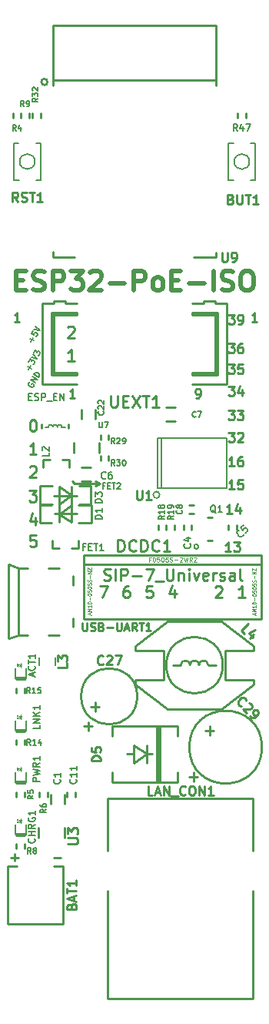
<source format=gbr>
G04 #@! TF.GenerationSoftware,KiCad,Pcbnew,6.0.0-rc1-unknown-69d90a4~84~ubuntu18.04.1*
G04 #@! TF.CreationDate,2019-01-16T16:00:12+02:00
G04 #@! TF.ProjectId,ESP32-PoE-ISO_Rev_A,45535033-322d-4506-9f45-2d49534f5f52,A*
G04 #@! TF.SameCoordinates,Original*
G04 #@! TF.FileFunction,Legend,Top*
G04 #@! TF.FilePolarity,Positive*
%FSLAX46Y46*%
G04 Gerber Fmt 4.6, Leading zero omitted, Abs format (unit mm)*
G04 Created by KiCad (PCBNEW 6.0.0-rc1-unknown-69d90a4~84~ubuntu18.04.1) date 16.01.2019 (ср) 16:00:12 EET*
%MOMM*%
%LPD*%
G04 APERTURE LIST*
%ADD10C,0.254000*%
%ADD11C,0.158750*%
%ADD12C,0.508000*%
%ADD13C,0.127000*%
%ADD14C,0.200000*%
%ADD15C,0.100000*%
%ADD16C,0.050000*%
%ADD17C,0.600000*%
%ADD18C,0.150000*%
%ADD19C,0.125000*%
%ADD20C,0.190500*%
%ADD21C,0.222250*%
G04 APERTURE END LIST*
D10*
X114493523Y-121109619D02*
X115122476Y-121109619D01*
X114783809Y-121496666D01*
X114928952Y-121496666D01*
X115025714Y-121545047D01*
X115074095Y-121593428D01*
X115122476Y-121690190D01*
X115122476Y-121932095D01*
X115074095Y-122028857D01*
X115025714Y-122077238D01*
X114928952Y-122125619D01*
X114638666Y-122125619D01*
X114541904Y-122077238D01*
X114493523Y-122028857D01*
X115606285Y-122125619D02*
X115799809Y-122125619D01*
X115896571Y-122077238D01*
X115944952Y-122028857D01*
X116041714Y-121883714D01*
X116090095Y-121690190D01*
X116090095Y-121303142D01*
X116041714Y-121206380D01*
X115993333Y-121158000D01*
X115896571Y-121109619D01*
X115703047Y-121109619D01*
X115606285Y-121158000D01*
X115557904Y-121206380D01*
X115509523Y-121303142D01*
X115509523Y-121545047D01*
X115557904Y-121641809D01*
X115606285Y-121690190D01*
X115703047Y-121738571D01*
X115896571Y-121738571D01*
X115993333Y-121690190D01*
X116041714Y-121641809D01*
X116090095Y-121545047D01*
X114493523Y-124284619D02*
X115122476Y-124284619D01*
X114783809Y-124671666D01*
X114928952Y-124671666D01*
X115025714Y-124720047D01*
X115074095Y-124768428D01*
X115122476Y-124865190D01*
X115122476Y-125107095D01*
X115074095Y-125203857D01*
X115025714Y-125252238D01*
X114928952Y-125300619D01*
X114638666Y-125300619D01*
X114541904Y-125252238D01*
X114493523Y-125203857D01*
X115993333Y-124284619D02*
X115799809Y-124284619D01*
X115703047Y-124333000D01*
X115654666Y-124381380D01*
X115557904Y-124526523D01*
X115509523Y-124720047D01*
X115509523Y-125107095D01*
X115557904Y-125203857D01*
X115606285Y-125252238D01*
X115703047Y-125300619D01*
X115896571Y-125300619D01*
X115993333Y-125252238D01*
X116041714Y-125203857D01*
X116090095Y-125107095D01*
X116090095Y-124865190D01*
X116041714Y-124768428D01*
X115993333Y-124720047D01*
X115896571Y-124671666D01*
X115703047Y-124671666D01*
X115606285Y-124720047D01*
X115557904Y-124768428D01*
X115509523Y-124865190D01*
X114493523Y-126570619D02*
X115122476Y-126570619D01*
X114783809Y-126957666D01*
X114928952Y-126957666D01*
X115025714Y-127006047D01*
X115074095Y-127054428D01*
X115122476Y-127151190D01*
X115122476Y-127393095D01*
X115074095Y-127489857D01*
X115025714Y-127538238D01*
X114928952Y-127586619D01*
X114638666Y-127586619D01*
X114541904Y-127538238D01*
X114493523Y-127489857D01*
X116041714Y-126570619D02*
X115557904Y-126570619D01*
X115509523Y-127054428D01*
X115557904Y-127006047D01*
X115654666Y-126957666D01*
X115896571Y-126957666D01*
X115993333Y-127006047D01*
X116041714Y-127054428D01*
X116090095Y-127151190D01*
X116090095Y-127393095D01*
X116041714Y-127489857D01*
X115993333Y-127538238D01*
X115896571Y-127586619D01*
X115654666Y-127586619D01*
X115557904Y-127538238D01*
X115509523Y-127489857D01*
X114493523Y-128983619D02*
X115122476Y-128983619D01*
X114783809Y-129370666D01*
X114928952Y-129370666D01*
X115025714Y-129419047D01*
X115074095Y-129467428D01*
X115122476Y-129564190D01*
X115122476Y-129806095D01*
X115074095Y-129902857D01*
X115025714Y-129951238D01*
X114928952Y-129999619D01*
X114638666Y-129999619D01*
X114541904Y-129951238D01*
X114493523Y-129902857D01*
X115993333Y-129322285D02*
X115993333Y-129999619D01*
X115751428Y-128935238D02*
X115509523Y-129660952D01*
X116138476Y-129660952D01*
X114493523Y-131650619D02*
X115122476Y-131650619D01*
X114783809Y-132037666D01*
X114928952Y-132037666D01*
X115025714Y-132086047D01*
X115074095Y-132134428D01*
X115122476Y-132231190D01*
X115122476Y-132473095D01*
X115074095Y-132569857D01*
X115025714Y-132618238D01*
X114928952Y-132666619D01*
X114638666Y-132666619D01*
X114541904Y-132618238D01*
X114493523Y-132569857D01*
X115461142Y-131650619D02*
X116090095Y-131650619D01*
X115751428Y-132037666D01*
X115896571Y-132037666D01*
X115993333Y-132086047D01*
X116041714Y-132134428D01*
X116090095Y-132231190D01*
X116090095Y-132473095D01*
X116041714Y-132569857D01*
X115993333Y-132618238D01*
X115896571Y-132666619D01*
X115606285Y-132666619D01*
X115509523Y-132618238D01*
X115461142Y-132569857D01*
X114493523Y-134063619D02*
X115122476Y-134063619D01*
X114783809Y-134450666D01*
X114928952Y-134450666D01*
X115025714Y-134499047D01*
X115074095Y-134547428D01*
X115122476Y-134644190D01*
X115122476Y-134886095D01*
X115074095Y-134982857D01*
X115025714Y-135031238D01*
X114928952Y-135079619D01*
X114638666Y-135079619D01*
X114541904Y-135031238D01*
X114493523Y-134982857D01*
X115509523Y-134160380D02*
X115557904Y-134112000D01*
X115654666Y-134063619D01*
X115896571Y-134063619D01*
X115993333Y-134112000D01*
X116041714Y-134160380D01*
X116090095Y-134257142D01*
X116090095Y-134353904D01*
X116041714Y-134499047D01*
X115461142Y-135079619D01*
X116090095Y-135079619D01*
X115122476Y-137746619D02*
X114541904Y-137746619D01*
X114832190Y-137746619D02*
X114832190Y-136730619D01*
X114735428Y-136875761D01*
X114638666Y-136972523D01*
X114541904Y-137020904D01*
X115993333Y-136730619D02*
X115799809Y-136730619D01*
X115703047Y-136779000D01*
X115654666Y-136827380D01*
X115557904Y-136972523D01*
X115509523Y-137166047D01*
X115509523Y-137553095D01*
X115557904Y-137649857D01*
X115606285Y-137698238D01*
X115703047Y-137746619D01*
X115896571Y-137746619D01*
X115993333Y-137698238D01*
X116041714Y-137649857D01*
X116090095Y-137553095D01*
X116090095Y-137311190D01*
X116041714Y-137214428D01*
X115993333Y-137166047D01*
X115896571Y-137117666D01*
X115703047Y-137117666D01*
X115606285Y-137166047D01*
X115557904Y-137214428D01*
X115509523Y-137311190D01*
X115122476Y-140286619D02*
X114541904Y-140286619D01*
X114832190Y-140286619D02*
X114832190Y-139270619D01*
X114735428Y-139415761D01*
X114638666Y-139512523D01*
X114541904Y-139560904D01*
X116041714Y-139270619D02*
X115557904Y-139270619D01*
X115509523Y-139754428D01*
X115557904Y-139706047D01*
X115654666Y-139657666D01*
X115896571Y-139657666D01*
X115993333Y-139706047D01*
X116041714Y-139754428D01*
X116090095Y-139851190D01*
X116090095Y-140093095D01*
X116041714Y-140189857D01*
X115993333Y-140238238D01*
X115896571Y-140286619D01*
X115654666Y-140286619D01*
X115557904Y-140238238D01*
X115509523Y-140189857D01*
X114868476Y-142953619D02*
X114287904Y-142953619D01*
X114578190Y-142953619D02*
X114578190Y-141937619D01*
X114481428Y-142082761D01*
X114384666Y-142179523D01*
X114287904Y-142227904D01*
X115739333Y-142276285D02*
X115739333Y-142953619D01*
X115497428Y-141889238D02*
X115255523Y-142614952D01*
X115884476Y-142614952D01*
X114741476Y-147144619D02*
X114160904Y-147144619D01*
X114451190Y-147144619D02*
X114451190Y-146128619D01*
X114354428Y-146273761D01*
X114257666Y-146370523D01*
X114160904Y-146418904D01*
X115080142Y-146128619D02*
X115709095Y-146128619D01*
X115370428Y-146515666D01*
X115515571Y-146515666D01*
X115612333Y-146564047D01*
X115660714Y-146612428D01*
X115709095Y-146709190D01*
X115709095Y-146951095D01*
X115660714Y-147047857D01*
X115612333Y-147096238D01*
X115515571Y-147144619D01*
X115225285Y-147144619D01*
X115128523Y-147096238D01*
X115080142Y-147047857D01*
X93266380Y-145354523D02*
X92661619Y-145354523D01*
X92601142Y-145959285D01*
X92661619Y-145898809D01*
X92782571Y-145838333D01*
X93084952Y-145838333D01*
X93205904Y-145898809D01*
X93266380Y-145959285D01*
X93326857Y-146080238D01*
X93326857Y-146382619D01*
X93266380Y-146503571D01*
X93205904Y-146564047D01*
X93084952Y-146624523D01*
X92782571Y-146624523D01*
X92661619Y-146564047D01*
X92601142Y-146503571D01*
X93205904Y-143364857D02*
X93205904Y-144211523D01*
X92903523Y-142881047D02*
X92601142Y-143788190D01*
X93387333Y-143788190D01*
X92540666Y-140401523D02*
X93326857Y-140401523D01*
X92903523Y-140885333D01*
X93084952Y-140885333D01*
X93205904Y-140945809D01*
X93266380Y-141006285D01*
X93326857Y-141127238D01*
X93326857Y-141429619D01*
X93266380Y-141550571D01*
X93205904Y-141611047D01*
X93084952Y-141671523D01*
X92722095Y-141671523D01*
X92601142Y-141611047D01*
X92540666Y-141550571D01*
X92601142Y-137855476D02*
X92661619Y-137795000D01*
X92782571Y-137734523D01*
X93084952Y-137734523D01*
X93205904Y-137795000D01*
X93266380Y-137855476D01*
X93326857Y-137976428D01*
X93326857Y-138097380D01*
X93266380Y-138278809D01*
X92540666Y-139004523D01*
X93326857Y-139004523D01*
X93326857Y-136464523D02*
X92601142Y-136464523D01*
X92964000Y-136464523D02*
X92964000Y-135194523D01*
X92843047Y-135375952D01*
X92722095Y-135496904D01*
X92601142Y-135557380D01*
X110931476Y-130253619D02*
X111125000Y-130253619D01*
X111221761Y-130205238D01*
X111270142Y-130156857D01*
X111366904Y-130011714D01*
X111415285Y-129818190D01*
X111415285Y-129431142D01*
X111366904Y-129334380D01*
X111318523Y-129286000D01*
X111221761Y-129237619D01*
X111028238Y-129237619D01*
X110931476Y-129286000D01*
X110883095Y-129334380D01*
X110834714Y-129431142D01*
X110834714Y-129673047D01*
X110883095Y-129769809D01*
X110931476Y-129818190D01*
X111028238Y-129866571D01*
X111221761Y-129866571D01*
X111318523Y-129818190D01*
X111366904Y-129769809D01*
X111415285Y-129673047D01*
X100330000Y-139700000D02*
X99822000Y-139954000D01*
X100330000Y-139700000D02*
X99822000Y-139446000D01*
X97536000Y-139700000D02*
X97282000Y-139446000D01*
X97663000Y-139700000D02*
X97536000Y-139700000D01*
X100330000Y-139700000D02*
X97663000Y-139700000D01*
X93024476Y-133918476D02*
X92903523Y-133918476D01*
X92782571Y-133858000D01*
X92722095Y-133797523D01*
X92661619Y-133676571D01*
X92601142Y-133434666D01*
X92601142Y-133132285D01*
X92661619Y-132890380D01*
X92722095Y-132769428D01*
X92782571Y-132708952D01*
X92903523Y-132648476D01*
X93024476Y-132648476D01*
X93145428Y-132708952D01*
X93205904Y-132769428D01*
X93266380Y-132890380D01*
X93326857Y-133132285D01*
X93326857Y-133434666D01*
X93266380Y-133676571D01*
X93205904Y-133797523D01*
X93145428Y-133858000D01*
X93024476Y-133918476D01*
D11*
X92483214Y-130120571D02*
X92737214Y-130120571D01*
X92846071Y-130519714D02*
X92483214Y-130519714D01*
X92483214Y-129757714D01*
X92846071Y-129757714D01*
X93136357Y-130483428D02*
X93245214Y-130519714D01*
X93426642Y-130519714D01*
X93499214Y-130483428D01*
X93535500Y-130447142D01*
X93571785Y-130374571D01*
X93571785Y-130302000D01*
X93535500Y-130229428D01*
X93499214Y-130193142D01*
X93426642Y-130156857D01*
X93281500Y-130120571D01*
X93208928Y-130084285D01*
X93172642Y-130048000D01*
X93136357Y-129975428D01*
X93136357Y-129902857D01*
X93172642Y-129830285D01*
X93208928Y-129794000D01*
X93281500Y-129757714D01*
X93462928Y-129757714D01*
X93571785Y-129794000D01*
X93898357Y-130519714D02*
X93898357Y-129757714D01*
X94188642Y-129757714D01*
X94261214Y-129794000D01*
X94297500Y-129830285D01*
X94333785Y-129902857D01*
X94333785Y-130011714D01*
X94297500Y-130084285D01*
X94261214Y-130120571D01*
X94188642Y-130156857D01*
X93898357Y-130156857D01*
X94478928Y-130592285D02*
X95059500Y-130592285D01*
X95240928Y-130120571D02*
X95494928Y-130120571D01*
X95603785Y-130519714D02*
X95240928Y-130519714D01*
X95240928Y-129757714D01*
X95603785Y-129757714D01*
X95930357Y-130519714D02*
X95930357Y-129757714D01*
X96365785Y-130519714D01*
X96365785Y-129757714D01*
X92574132Y-128530241D02*
X92517707Y-128567496D01*
X92472349Y-128646057D01*
X92453179Y-128739737D01*
X92475315Y-128822349D01*
X92512570Y-128878774D01*
X92602199Y-128965437D01*
X92680760Y-129010794D01*
X92800627Y-129045083D01*
X92868119Y-129049134D01*
X92950732Y-129026998D01*
X93022276Y-128963557D01*
X93052514Y-128911183D01*
X93071684Y-128817503D01*
X93060616Y-128776197D01*
X92877307Y-128670363D01*
X92816831Y-128775111D01*
X93249061Y-128570752D02*
X92699135Y-128253252D01*
X93430490Y-128256509D01*
X92880564Y-127939009D01*
X93581680Y-127994639D02*
X93031754Y-127677139D01*
X93107349Y-127546204D01*
X93178894Y-127482762D01*
X93261506Y-127460627D01*
X93328999Y-127464678D01*
X93448865Y-127498967D01*
X93527426Y-127544324D01*
X93617055Y-127630987D01*
X93654310Y-127687412D01*
X93676446Y-127770024D01*
X93657276Y-127863704D01*
X93581680Y-127994639D01*
X92443875Y-127102596D02*
X92685780Y-126683604D01*
X92774323Y-127014052D02*
X92355332Y-126772147D01*
X92466302Y-126277561D02*
X92662849Y-125937130D01*
X92766512Y-126241392D01*
X92811869Y-126162831D01*
X92868294Y-126125576D01*
X92909600Y-126114508D01*
X92977093Y-126118559D01*
X93108028Y-126194154D01*
X93145283Y-126250579D01*
X93156351Y-126291885D01*
X93152299Y-126359378D01*
X93061585Y-126516500D01*
X93005160Y-126553755D01*
X92963854Y-126564823D01*
X92753564Y-125780009D02*
X93409323Y-125914200D01*
X92965230Y-125413391D01*
X93040826Y-125282456D02*
X93237373Y-124942026D01*
X93341036Y-125246287D01*
X93386393Y-125167726D01*
X93442818Y-125130471D01*
X93484124Y-125119403D01*
X93551617Y-125123455D01*
X93682552Y-125199050D01*
X93719806Y-125255475D01*
X93730874Y-125296781D01*
X93726823Y-125364274D01*
X93636109Y-125521396D01*
X93579684Y-125558650D01*
X93538378Y-125569718D01*
X92722066Y-124046726D02*
X92963970Y-123627735D01*
X93052514Y-123958183D02*
X92633522Y-123716278D01*
X92925921Y-122907448D02*
X92774730Y-123169317D01*
X93021481Y-123346695D01*
X93010413Y-123305389D01*
X93014464Y-123237896D01*
X93090059Y-123106961D01*
X93146484Y-123069706D01*
X93187790Y-123058638D01*
X93255283Y-123062689D01*
X93386218Y-123138285D01*
X93423473Y-123194710D01*
X93434541Y-123236016D01*
X93430490Y-123303509D01*
X93354895Y-123434443D01*
X93298470Y-123471698D01*
X93257164Y-123482766D01*
X93031754Y-122724139D02*
X93687514Y-122858330D01*
X93243421Y-122357522D01*
D10*
X97572285Y-130253619D02*
X96991714Y-130253619D01*
X97282000Y-130253619D02*
X97282000Y-129237619D01*
X97185238Y-129382761D01*
X97088476Y-129479523D01*
X96991714Y-129527904D01*
X90544952Y-180793571D02*
X91319047Y-180793571D01*
X90932000Y-181180619D02*
X90932000Y-180406523D01*
X95243952Y-180793571D02*
X96018047Y-180793571D01*
X117638285Y-121871619D02*
X117057714Y-121871619D01*
X117348000Y-121871619D02*
X117348000Y-120855619D01*
X117251238Y-121000761D01*
X117154476Y-121097523D01*
X117057714Y-121145904D01*
X91476285Y-121871619D02*
X90895714Y-121871619D01*
X91186000Y-121871619D02*
X91186000Y-120855619D01*
X91089238Y-121000761D01*
X90992476Y-121097523D01*
X90895714Y-121145904D01*
D12*
X91134595Y-117320785D02*
X91854261Y-117320785D01*
X92162690Y-118451690D02*
X91134595Y-118451690D01*
X91134595Y-116292690D01*
X92162690Y-116292690D01*
X92985166Y-118348880D02*
X93293595Y-118451690D01*
X93807642Y-118451690D01*
X94013261Y-118348880D01*
X94116071Y-118246071D01*
X94218880Y-118040452D01*
X94218880Y-117834833D01*
X94116071Y-117629214D01*
X94013261Y-117526404D01*
X93807642Y-117423595D01*
X93396404Y-117320785D01*
X93190785Y-117217976D01*
X93087976Y-117115166D01*
X92985166Y-116909547D01*
X92985166Y-116703928D01*
X93087976Y-116498309D01*
X93190785Y-116395500D01*
X93396404Y-116292690D01*
X93910452Y-116292690D01*
X94218880Y-116395500D01*
X95144166Y-118451690D02*
X95144166Y-116292690D01*
X95966642Y-116292690D01*
X96172261Y-116395500D01*
X96275071Y-116498309D01*
X96377880Y-116703928D01*
X96377880Y-117012357D01*
X96275071Y-117217976D01*
X96172261Y-117320785D01*
X95966642Y-117423595D01*
X95144166Y-117423595D01*
X97097547Y-116292690D02*
X98434071Y-116292690D01*
X97714404Y-117115166D01*
X98022833Y-117115166D01*
X98228452Y-117217976D01*
X98331261Y-117320785D01*
X98434071Y-117526404D01*
X98434071Y-118040452D01*
X98331261Y-118246071D01*
X98228452Y-118348880D01*
X98022833Y-118451690D01*
X97405976Y-118451690D01*
X97200357Y-118348880D01*
X97097547Y-118246071D01*
X99256547Y-116498309D02*
X99359357Y-116395500D01*
X99564976Y-116292690D01*
X100079023Y-116292690D01*
X100284642Y-116395500D01*
X100387452Y-116498309D01*
X100490261Y-116703928D01*
X100490261Y-116909547D01*
X100387452Y-117217976D01*
X99153738Y-118451690D01*
X100490261Y-118451690D01*
X101415547Y-117629214D02*
X103060499Y-117629214D01*
X104088595Y-118451690D02*
X104088595Y-116292690D01*
X104911071Y-116292690D01*
X105116690Y-116395500D01*
X105219499Y-116498309D01*
X105322309Y-116703928D01*
X105322309Y-117012357D01*
X105219499Y-117217976D01*
X105116690Y-117320785D01*
X104911071Y-117423595D01*
X104088595Y-117423595D01*
X106556023Y-118451690D02*
X106350404Y-118348880D01*
X106247595Y-118246071D01*
X106144785Y-118040452D01*
X106144785Y-117423595D01*
X106247595Y-117217976D01*
X106350404Y-117115166D01*
X106556023Y-117012357D01*
X106864452Y-117012357D01*
X107070071Y-117115166D01*
X107172880Y-117217976D01*
X107275690Y-117423595D01*
X107275690Y-118040452D01*
X107172880Y-118246071D01*
X107070071Y-118348880D01*
X106864452Y-118451690D01*
X106556023Y-118451690D01*
X108200976Y-117320785D02*
X108920642Y-117320785D01*
X109229071Y-118451690D02*
X108200976Y-118451690D01*
X108200976Y-116292690D01*
X109229071Y-116292690D01*
X110154357Y-117629214D02*
X111799309Y-117629214D01*
X112827404Y-118451690D02*
X112827404Y-116292690D01*
X113752690Y-118348880D02*
X114061119Y-118451690D01*
X114575166Y-118451690D01*
X114780785Y-118348880D01*
X114883595Y-118246071D01*
X114986404Y-118040452D01*
X114986404Y-117834833D01*
X114883595Y-117629214D01*
X114780785Y-117526404D01*
X114575166Y-117423595D01*
X114163928Y-117320785D01*
X113958309Y-117217976D01*
X113855500Y-117115166D01*
X113752690Y-116909547D01*
X113752690Y-116703928D01*
X113855500Y-116498309D01*
X113958309Y-116395500D01*
X114163928Y-116292690D01*
X114677976Y-116292690D01*
X114986404Y-116395500D01*
X116322928Y-116292690D02*
X116734166Y-116292690D01*
X116939785Y-116395500D01*
X117145404Y-116601119D01*
X117248214Y-117012357D01*
X117248214Y-117732023D01*
X117145404Y-118143261D01*
X116939785Y-118348880D01*
X116734166Y-118451690D01*
X116322928Y-118451690D01*
X116117309Y-118348880D01*
X115911690Y-118143261D01*
X115808880Y-117732023D01*
X115808880Y-117012357D01*
X115911690Y-116601119D01*
X116117309Y-116395500D01*
X116322928Y-116292690D01*
D10*
X98581000Y-154543000D02*
X98581000Y-148543000D01*
X118081000Y-154543000D02*
X98581000Y-154543000D01*
X118081000Y-148543000D02*
X98581000Y-148543000D01*
X118081000Y-148543000D02*
X118081000Y-154543000D01*
X118081000Y-148543000D02*
X118081000Y-147543000D01*
X118081000Y-147543000D02*
X98581000Y-147543000D01*
X98581000Y-147543000D02*
X98581000Y-148543000D01*
X118173000Y-168656000D02*
G75*
G03X118173000Y-168656000I-4000000J0D01*
G01*
X104433021Y-163068000D02*
G75*
G03X104433021Y-163068000I-3087021J0D01*
G01*
X106743500Y-144526000D02*
X106743500Y-144272000D01*
X106743500Y-144526000D02*
X106743500Y-144780000D01*
X107632500Y-144526000D02*
X107632500Y-144780000D01*
X107632500Y-144526000D02*
X107632500Y-144272000D01*
X113144000Y-159639000D02*
X112244000Y-159639000D01*
X109244000Y-159639000D02*
X108344000Y-159639000D01*
X109244000Y-159639000D02*
G75*
G02X110244000Y-159639000I500000J0D01*
G01*
X111244000Y-159639000D02*
G75*
G02X112244000Y-159639000I500000J0D01*
G01*
X110244000Y-159639000D02*
G75*
G02X111244000Y-159639000I500000J0D01*
G01*
X113855270Y-159639000D02*
G75*
G03X113855270Y-159639000I-3111270J0D01*
G01*
X104244000Y-157539000D02*
X107744000Y-154839000D01*
X104244000Y-158039000D02*
X104244000Y-157539000D01*
X107344000Y-158039000D02*
X104244000Y-158039000D01*
X107344000Y-161239000D02*
X107344000Y-158039000D01*
X104244000Y-161239000D02*
X107344000Y-161239000D01*
X104244000Y-161739000D02*
X104244000Y-161239000D01*
X107744000Y-164439000D02*
X104244000Y-161739000D01*
X113744000Y-164439000D02*
X107744000Y-164439000D01*
X117244000Y-161739000D02*
X113744000Y-164439000D01*
X117244000Y-161239000D02*
X117244000Y-161739000D01*
X114144000Y-161239000D02*
X117244000Y-161239000D01*
X114144000Y-158039000D02*
X114144000Y-161239000D01*
X117244000Y-158039000D02*
X114144000Y-158039000D01*
X117244000Y-157539000D02*
X117244000Y-158039000D01*
X113744000Y-154839000D02*
X117244000Y-157539000D01*
X107744000Y-154839000D02*
X113744000Y-154839000D01*
X92900500Y-99187000D02*
X92900500Y-98933000D01*
X92900500Y-99187000D02*
X92900500Y-99441000D01*
X93789500Y-99187000D02*
X93789500Y-99441000D01*
X93789500Y-99187000D02*
X93789500Y-98933000D01*
X112692000Y-143383000D02*
X112184000Y-143383000D01*
X112692000Y-145923000D02*
X112184000Y-145923000D01*
X110426500Y-144526000D02*
X110426500Y-144780000D01*
X110426500Y-144526000D02*
X110426500Y-144272000D01*
X109537500Y-144526000D02*
X109537500Y-144272000D01*
X109537500Y-144526000D02*
X109537500Y-144780000D01*
D13*
X116798738Y-104267000D02*
G75*
G03X116798738Y-104267000I-839738J0D01*
G01*
X116898000Y-106267000D02*
X117456800Y-106267000D01*
X114461200Y-106267000D02*
X115070800Y-106267000D01*
X116898000Y-102267000D02*
X117456800Y-102267000D01*
X114462000Y-102267000D02*
X115020800Y-102267000D01*
X117459000Y-106267000D02*
X117459000Y-102267000D01*
X114459000Y-106267000D02*
X114459000Y-102267000D01*
X93160738Y-104267000D02*
G75*
G03X93160738Y-104267000I-839738J0D01*
G01*
X93260000Y-106267000D02*
X93818800Y-106267000D01*
X90823200Y-106267000D02*
X91432800Y-106267000D01*
X93260000Y-102267000D02*
X93818800Y-102267000D01*
X90824000Y-102267000D02*
X91382800Y-102267000D01*
X93821000Y-106267000D02*
X93821000Y-102267000D01*
X90821000Y-106267000D02*
X90821000Y-102267000D01*
D10*
X97790000Y-121158000D02*
X97790000Y-120904000D01*
X97790000Y-127762000D02*
X97790000Y-127508000D01*
X110490000Y-127762000D02*
X110490000Y-127508000D01*
X110490000Y-121158000D02*
X110490000Y-120904000D01*
X97790000Y-128778000D02*
X93980000Y-128778000D01*
X94996000Y-127762000D02*
X97790000Y-127762000D01*
X94996000Y-120904000D02*
X94996000Y-127762000D01*
X97790000Y-120904000D02*
X94996000Y-120904000D01*
X113284000Y-120904000D02*
X110490000Y-120904000D01*
X113284000Y-127762000D02*
X113284000Y-120904000D01*
X110490000Y-127762000D02*
X113284000Y-127762000D01*
X96520000Y-119888000D02*
X97790000Y-119888000D01*
X96520000Y-119634000D02*
X96520000Y-119888000D01*
X95250000Y-119634000D02*
X95250000Y-119888000D01*
X96520000Y-119634000D02*
X95250000Y-119634000D01*
X110490000Y-119888000D02*
X111760000Y-119888000D01*
X113030000Y-119888000D02*
X114300000Y-119888000D01*
X111760000Y-119888000D02*
X111760000Y-119634000D01*
X113030000Y-119634000D02*
X111760000Y-119634000D01*
X113030000Y-119888000D02*
X113030000Y-119634000D01*
X97790000Y-127508000D02*
X95250000Y-127508000D01*
X113030000Y-127508000D02*
X110490000Y-127508000D01*
X93980000Y-119888000D02*
X93980000Y-128778000D01*
X114300000Y-128778000D02*
X114300000Y-119888000D01*
X114300000Y-128778000D02*
X110490000Y-128778000D01*
X93980000Y-119888000D02*
X95250000Y-119888000D01*
X95250000Y-121158000D02*
X95250000Y-127508000D01*
X113030000Y-127508000D02*
X113030000Y-121158000D01*
X110490000Y-121158000D02*
X113030000Y-121158000D01*
X95250000Y-121158000D02*
X97790000Y-121158000D01*
X95504000Y-121031000D02*
X95123000Y-121031000D01*
X95504000Y-127635000D02*
X95123000Y-127635000D01*
X112903000Y-127635000D02*
X113157000Y-127635000D01*
X112776000Y-121031000D02*
X113284000Y-121031000D01*
X95140000Y-89285000D02*
X95140000Y-95905000D01*
X113140000Y-114785000D02*
X113140000Y-114245000D01*
X113140000Y-114785000D02*
X110650000Y-114785000D01*
X95140000Y-114785000D02*
X97510000Y-114785000D01*
X95140000Y-114785000D02*
X95140000Y-114195000D01*
X113140000Y-89285000D02*
X113140000Y-95905000D01*
X94549411Y-95505000D02*
G75*
G03X94549411Y-95505000I-339411J0D01*
G01*
X95140000Y-95285000D02*
X113140000Y-95285000D01*
X95140000Y-89285000D02*
X113140000Y-89285000D01*
X114490500Y-144526000D02*
X114490500Y-144272000D01*
X114490500Y-144526000D02*
X114490500Y-144780000D01*
X115379500Y-144526000D02*
X115379500Y-144780000D01*
X115379500Y-144526000D02*
X115379500Y-144272000D01*
X116395500Y-99187000D02*
X116395500Y-99441000D01*
X116395500Y-99187000D02*
X116395500Y-98933000D01*
X115506500Y-99187000D02*
X115506500Y-98933000D01*
X115506500Y-99187000D02*
X115506500Y-99441000D01*
X96877000Y-133550000D02*
X96877000Y-133150000D01*
X93877000Y-133550000D02*
X93877000Y-133150000D01*
D14*
X95127000Y-133450000D02*
G75*
G02X95627000Y-133450000I250000J0D01*
G01*
X94627000Y-133450000D02*
G75*
G02X95127000Y-133450000I250000J0D01*
G01*
X95627000Y-133450000D02*
G75*
G02X96127000Y-133450000I250000J0D01*
G01*
X94627000Y-133500000D02*
X94277000Y-133500000D01*
X96127000Y-133500000D02*
X96477000Y-133500000D01*
D10*
X95097600Y-146812000D02*
X95808800Y-146812000D01*
X95097600Y-145973800D02*
X95097600Y-146812000D01*
X97942400Y-145973800D02*
X97942400Y-146812000D01*
X97231200Y-146812000D02*
X97942400Y-146812000D01*
X96926400Y-137033000D02*
X96215200Y-137033000D01*
X96926400Y-137871200D02*
X96926400Y-137033000D01*
X94081600Y-137871200D02*
X94081600Y-137033000D01*
X94792800Y-137033000D02*
X94081600Y-137033000D01*
X91326000Y-156354000D02*
X91326000Y-148954000D01*
X95826000Y-148954000D02*
X94626000Y-148954000D01*
X97326000Y-150854000D02*
X97326000Y-149854000D01*
X97326000Y-155454000D02*
X97326000Y-154454000D01*
X92326000Y-156354000D02*
X91326000Y-156354000D01*
X90226000Y-156718000D02*
X90226000Y-148590000D01*
X91326000Y-148954000D02*
X92326000Y-148954000D01*
X95826000Y-156354000D02*
X94626000Y-156354000D01*
X90297000Y-156718000D02*
X91313000Y-156337000D01*
X90297000Y-148590000D02*
X91313000Y-148971000D01*
X108585000Y-132842000D02*
X107569000Y-132842000D01*
X108585000Y-131318000D02*
X107569000Y-131318000D01*
D13*
X90982800Y-178181000D02*
X90982800Y-177165000D01*
X92202000Y-177165000D02*
X92202000Y-178181000D01*
D15*
X91567000Y-176524000D02*
X91567000Y-177044000D01*
X91677000Y-176694000D02*
X91457000Y-176694000D01*
X91677000Y-176694000D02*
X91577000Y-176804000D01*
X91457000Y-176694000D02*
X91557000Y-176794000D01*
X91677000Y-176884000D02*
X91457000Y-176884000D01*
D16*
X91321400Y-176961800D02*
X91211400Y-176831800D01*
X91212400Y-176830200D02*
X91222400Y-176910200D01*
X91212400Y-176830200D02*
X91292400Y-176830200D01*
X91212400Y-176614800D02*
X91292400Y-176614800D01*
X91212400Y-176614800D02*
X91222400Y-176694800D01*
X91342400Y-176754800D02*
X91232400Y-176624800D01*
D10*
X92138500Y-178193700D02*
X92011500Y-178346100D01*
X91046300Y-178193700D02*
X91173300Y-178333400D01*
X92011500Y-178346100D02*
X91186000Y-178346100D01*
X91084400Y-178181000D02*
X92125800Y-178181000D01*
X99822000Y-131572000D02*
X99822000Y-132588000D01*
X98298000Y-131572000D02*
X98298000Y-132588000D01*
D13*
X90982800Y-172466000D02*
X90982800Y-171450000D01*
X92202000Y-171450000D02*
X92202000Y-172466000D01*
D15*
X91567000Y-170809000D02*
X91567000Y-171329000D01*
X91677000Y-170979000D02*
X91457000Y-170979000D01*
X91677000Y-170979000D02*
X91577000Y-171089000D01*
X91457000Y-170979000D02*
X91557000Y-171079000D01*
X91677000Y-171169000D02*
X91457000Y-171169000D01*
D16*
X91321400Y-171246800D02*
X91211400Y-171116800D01*
X91212400Y-171115200D02*
X91222400Y-171195200D01*
X91212400Y-171115200D02*
X91292400Y-171115200D01*
X91212400Y-170899800D02*
X91292400Y-170899800D01*
X91212400Y-170899800D02*
X91222400Y-170979800D01*
X91342400Y-171039800D02*
X91232400Y-170909800D01*
D10*
X92138500Y-172478700D02*
X92011500Y-172631100D01*
X91046300Y-172478700D02*
X91173300Y-172618400D01*
X92011500Y-172631100D02*
X91186000Y-172631100D01*
X91084400Y-172466000D02*
X92125800Y-172466000D01*
X104083000Y-169418000D02*
X103283000Y-169418000D01*
X105483000Y-169418000D02*
X106083000Y-169418000D01*
X101683000Y-166318000D02*
X101683000Y-167418000D01*
X101683000Y-172518000D02*
X101683000Y-171418000D01*
X108883000Y-166318000D02*
X108883000Y-167418000D01*
X108883000Y-172518000D02*
X108883000Y-171418000D01*
X105483000Y-168418000D02*
X105483000Y-170418000D01*
X104083000Y-168418000D02*
X105483000Y-169418000D01*
X104083000Y-170418000D02*
X105483000Y-169418000D01*
X104083000Y-168418000D02*
X104083000Y-170418000D01*
X101683000Y-166318000D02*
X108883000Y-166318000D01*
X108883000Y-172518000D02*
X101683000Y-172518000D01*
D17*
X106783000Y-172318000D02*
X106783000Y-166518000D01*
D13*
X107061000Y-134683500D02*
X107061000Y-140144500D01*
D18*
X114300000Y-134683500D02*
X106680000Y-134683500D01*
X106680000Y-140144500D02*
X114300000Y-140144500D01*
X114300000Y-134683500D02*
X114300000Y-140144500D01*
X106680000Y-140144500D02*
X106680000Y-134683500D01*
X106912210Y-140906500D02*
G75*
G03X106912210Y-140906500I-359210J0D01*
G01*
D10*
X97409000Y-136321800D02*
X97409000Y-135191500D01*
X100215700Y-136321800D02*
X100215700Y-135191500D01*
X94869000Y-174879000D02*
X94869000Y-173863000D01*
X96393000Y-174879000D02*
X96393000Y-173863000D01*
X98298000Y-137922000D02*
X99314000Y-137922000D01*
X98298000Y-139446000D02*
X99314000Y-139446000D01*
X110363000Y-142938500D02*
X110109000Y-142938500D01*
X110363000Y-142938500D02*
X110617000Y-142938500D01*
X110363000Y-142049500D02*
X110617000Y-142049500D01*
X110363000Y-142049500D02*
X110109000Y-142049500D01*
X107632500Y-144526000D02*
X107632500Y-144272000D01*
X107632500Y-144526000D02*
X107632500Y-144780000D01*
X108521500Y-144526000D02*
X108521500Y-144780000D01*
X108521500Y-144526000D02*
X108521500Y-144272000D01*
X91122500Y-179578000D02*
X91122500Y-179324000D01*
X91122500Y-179578000D02*
X91122500Y-179832000D01*
X92011500Y-179578000D02*
X92011500Y-179832000D01*
X92011500Y-179578000D02*
X92011500Y-179324000D01*
X91122500Y-168148000D02*
X91122500Y-167894000D01*
X91122500Y-168148000D02*
X91122500Y-168402000D01*
X92011500Y-168148000D02*
X92011500Y-168402000D01*
X92011500Y-168148000D02*
X92011500Y-167894000D01*
X91122500Y-162433000D02*
X91122500Y-162179000D01*
X91122500Y-162433000D02*
X91122500Y-162687000D01*
X92011500Y-162433000D02*
X92011500Y-162687000D01*
X92011500Y-162433000D02*
X92011500Y-162179000D01*
X91122500Y-173863000D02*
X91122500Y-173609000D01*
X91122500Y-173863000D02*
X91122500Y-174117000D01*
X92011500Y-173863000D02*
X92011500Y-174117000D01*
X92011500Y-173863000D02*
X92011500Y-173609000D01*
X101282500Y-134620000D02*
X101282500Y-134874000D01*
X101282500Y-134620000D02*
X101282500Y-134366000D01*
X100393500Y-134620000D02*
X100393500Y-134366000D01*
X100393500Y-134620000D02*
X100393500Y-134874000D01*
X100393500Y-136906000D02*
X100393500Y-136652000D01*
X100393500Y-136906000D02*
X100393500Y-137160000D01*
X101282500Y-136906000D02*
X101282500Y-137160000D01*
X101282500Y-136906000D02*
X101282500Y-136652000D01*
X97599500Y-173863000D02*
X97599500Y-174117000D01*
X97599500Y-173863000D02*
X97599500Y-173609000D01*
X96710500Y-173863000D02*
X96710500Y-173609000D01*
X96710500Y-173863000D02*
X96710500Y-174117000D01*
X95224600Y-181749700D02*
X96227900Y-181749700D01*
X90157300Y-181749700D02*
X91211400Y-181749700D01*
X90152220Y-181757320D02*
X90152220Y-188066680D01*
X90152220Y-188066680D02*
X96232980Y-188066680D01*
X96232980Y-188066680D02*
X96232980Y-181749698D01*
D13*
X90982800Y-161036000D02*
X90982800Y-160020000D01*
X92202000Y-160020000D02*
X92202000Y-161036000D01*
D15*
X91567000Y-159379000D02*
X91567000Y-159899000D01*
X91677000Y-159549000D02*
X91457000Y-159549000D01*
X91677000Y-159549000D02*
X91577000Y-159659000D01*
X91457000Y-159549000D02*
X91557000Y-159649000D01*
X91677000Y-159739000D02*
X91457000Y-159739000D01*
D16*
X91321400Y-159816800D02*
X91211400Y-159686800D01*
X91212400Y-159685200D02*
X91222400Y-159765200D01*
X91212400Y-159685200D02*
X91292400Y-159685200D01*
X91212400Y-159469800D02*
X91292400Y-159469800D01*
X91212400Y-159469800D02*
X91222400Y-159549800D01*
X91342400Y-159609800D02*
X91232400Y-159479800D01*
D10*
X92138500Y-161048700D02*
X92011500Y-161201100D01*
X91046300Y-161048700D02*
X91173300Y-161188400D01*
X92011500Y-161201100D02*
X91186000Y-161201100D01*
X91084400Y-161036000D02*
X92125800Y-161036000D01*
D13*
X90982800Y-166751000D02*
X90982800Y-165735000D01*
X92202000Y-165735000D02*
X92202000Y-166751000D01*
D15*
X91567000Y-165094000D02*
X91567000Y-165614000D01*
X91677000Y-165264000D02*
X91457000Y-165264000D01*
X91677000Y-165264000D02*
X91577000Y-165374000D01*
X91457000Y-165264000D02*
X91557000Y-165364000D01*
X91677000Y-165454000D02*
X91457000Y-165454000D01*
D16*
X91321400Y-165531800D02*
X91211400Y-165401800D01*
X91212400Y-165400200D02*
X91222400Y-165480200D01*
X91212400Y-165400200D02*
X91292400Y-165400200D01*
X91212400Y-165184800D02*
X91292400Y-165184800D01*
X91212400Y-165184800D02*
X91222400Y-165264800D01*
X91342400Y-165324800D02*
X91232400Y-165194800D01*
D10*
X92138500Y-166763700D02*
X92011500Y-166916100D01*
X91046300Y-166763700D02*
X91173300Y-166903400D01*
X92011500Y-166916100D02*
X91186000Y-166916100D01*
X91084400Y-166751000D02*
X92125800Y-166751000D01*
D13*
X95377000Y-158826200D02*
X95377000Y-159664400D01*
X93599000Y-158826200D02*
X93599000Y-159664400D01*
D10*
X96393000Y-177495200D02*
X96393000Y-178625500D01*
X93586300Y-177495200D02*
X93586300Y-178625500D01*
X94551500Y-173863000D02*
X94551500Y-174117000D01*
X94551500Y-173863000D02*
X94551500Y-173609000D01*
X93662500Y-173863000D02*
X93662500Y-173609000D01*
X93662500Y-173863000D02*
X93662500Y-174117000D01*
X91630500Y-99187000D02*
X91630500Y-99441000D01*
X91630500Y-99187000D02*
X91630500Y-98933000D01*
X90741500Y-99187000D02*
X90741500Y-98933000D01*
X90741500Y-99187000D02*
X90741500Y-99441000D01*
X91630500Y-99187000D02*
X91630500Y-98933000D01*
X91630500Y-99187000D02*
X91630500Y-99441000D01*
X92519500Y-99187000D02*
X92519500Y-99441000D01*
X92519500Y-99187000D02*
X92519500Y-98933000D01*
X97180400Y-143941800D02*
X97180400Y-142036800D01*
X95808800Y-143941800D02*
X95808800Y-142036800D01*
X95808800Y-143027400D02*
X97180400Y-142036800D01*
X97180400Y-143941800D02*
X95808800Y-143027400D01*
X97764600Y-142989300D02*
X95288100Y-142989300D01*
X93713300Y-142011400D02*
X95008700Y-142011400D01*
X93726000Y-144018000D02*
X95021400Y-144018000D01*
X93700600Y-142011400D02*
X93700600Y-144005300D01*
X99352100Y-141998700D02*
X97980500Y-141998700D01*
X99352100Y-144018000D02*
X97980500Y-144018000D01*
X99352100Y-141998700D02*
X99352100Y-144018000D01*
X95859600Y-140030200D02*
X95859600Y-141935200D01*
X97231200Y-140030200D02*
X97231200Y-141935200D01*
X97231200Y-140944600D02*
X95859600Y-141935200D01*
X95859600Y-140030200D02*
X97231200Y-140944600D01*
X95275400Y-140982700D02*
X97751900Y-140982700D01*
X99326700Y-141960600D02*
X98031300Y-141960600D01*
X99314000Y-139954000D02*
X98018600Y-139954000D01*
X99339400Y-141960600D02*
X99339400Y-139966700D01*
X93687900Y-141973300D02*
X95059500Y-141973300D01*
X93687900Y-139954000D02*
X95059500Y-139954000D01*
X93687900Y-141973300D02*
X93687900Y-139954000D01*
X101200000Y-180063000D02*
X101200000Y-174293000D01*
X101200000Y-196293000D02*
X101200000Y-184493000D01*
X117200000Y-196293000D02*
X101200000Y-196293000D01*
X117200000Y-184493000D02*
X117200000Y-196293000D01*
X117200000Y-174293000D02*
X117200000Y-180063000D01*
X101200000Y-174293000D02*
X117200000Y-174293000D01*
X102313619Y-147132523D02*
X102313619Y-145862523D01*
X102616000Y-145862523D01*
X102797428Y-145923000D01*
X102918380Y-146043952D01*
X102978857Y-146164904D01*
X103039333Y-146406809D01*
X103039333Y-146588238D01*
X102978857Y-146830142D01*
X102918380Y-146951095D01*
X102797428Y-147072047D01*
X102616000Y-147132523D01*
X102313619Y-147132523D01*
X104309333Y-147011571D02*
X104248857Y-147072047D01*
X104067428Y-147132523D01*
X103946476Y-147132523D01*
X103765047Y-147072047D01*
X103644095Y-146951095D01*
X103583619Y-146830142D01*
X103523142Y-146588238D01*
X103523142Y-146406809D01*
X103583619Y-146164904D01*
X103644095Y-146043952D01*
X103765047Y-145923000D01*
X103946476Y-145862523D01*
X104067428Y-145862523D01*
X104248857Y-145923000D01*
X104309333Y-145983476D01*
X104853619Y-147132523D02*
X104853619Y-145862523D01*
X105156000Y-145862523D01*
X105337428Y-145923000D01*
X105458380Y-146043952D01*
X105518857Y-146164904D01*
X105579333Y-146406809D01*
X105579333Y-146588238D01*
X105518857Y-146830142D01*
X105458380Y-146951095D01*
X105337428Y-147072047D01*
X105156000Y-147132523D01*
X104853619Y-147132523D01*
X106849333Y-147011571D02*
X106788857Y-147072047D01*
X106607428Y-147132523D01*
X106486476Y-147132523D01*
X106305047Y-147072047D01*
X106184095Y-146951095D01*
X106123619Y-146830142D01*
X106063142Y-146588238D01*
X106063142Y-146406809D01*
X106123619Y-146164904D01*
X106184095Y-146043952D01*
X106305047Y-145923000D01*
X106486476Y-145862523D01*
X106607428Y-145862523D01*
X106788857Y-145923000D01*
X106849333Y-145983476D01*
X108058857Y-147132523D02*
X107333142Y-147132523D01*
X107696000Y-147132523D02*
X107696000Y-145862523D01*
X107575047Y-146043952D01*
X107454095Y-146164904D01*
X107333142Y-146225380D01*
X100771476Y-150247047D02*
X100952904Y-150307523D01*
X101255285Y-150307523D01*
X101376238Y-150247047D01*
X101436714Y-150186571D01*
X101497190Y-150065619D01*
X101497190Y-149944666D01*
X101436714Y-149823714D01*
X101376238Y-149763238D01*
X101255285Y-149702761D01*
X101013380Y-149642285D01*
X100892428Y-149581809D01*
X100831952Y-149521333D01*
X100771476Y-149400380D01*
X100771476Y-149279428D01*
X100831952Y-149158476D01*
X100892428Y-149098000D01*
X101013380Y-149037523D01*
X101315761Y-149037523D01*
X101497190Y-149098000D01*
X102041476Y-150307523D02*
X102041476Y-149037523D01*
X102646238Y-150307523D02*
X102646238Y-149037523D01*
X103130047Y-149037523D01*
X103251000Y-149098000D01*
X103311476Y-149158476D01*
X103371952Y-149279428D01*
X103371952Y-149460857D01*
X103311476Y-149581809D01*
X103251000Y-149642285D01*
X103130047Y-149702761D01*
X102646238Y-149702761D01*
X103916238Y-149823714D02*
X104883857Y-149823714D01*
X105367666Y-149037523D02*
X106214333Y-149037523D01*
X105670047Y-150307523D01*
X106395761Y-150428476D02*
X107363380Y-150428476D01*
X107665761Y-149037523D02*
X107665761Y-150065619D01*
X107726238Y-150186571D01*
X107786714Y-150247047D01*
X107907666Y-150307523D01*
X108149571Y-150307523D01*
X108270523Y-150247047D01*
X108331000Y-150186571D01*
X108391476Y-150065619D01*
X108391476Y-149037523D01*
X108996238Y-149460857D02*
X108996238Y-150307523D01*
X108996238Y-149581809D02*
X109056714Y-149521333D01*
X109177666Y-149460857D01*
X109359095Y-149460857D01*
X109480047Y-149521333D01*
X109540523Y-149642285D01*
X109540523Y-150307523D01*
X110145285Y-150307523D02*
X110145285Y-149460857D01*
X110145285Y-149037523D02*
X110084809Y-149098000D01*
X110145285Y-149158476D01*
X110205761Y-149098000D01*
X110145285Y-149037523D01*
X110145285Y-149158476D01*
X110629095Y-149460857D02*
X110931476Y-150307523D01*
X111233857Y-149460857D01*
X112201476Y-150247047D02*
X112080523Y-150307523D01*
X111838619Y-150307523D01*
X111717666Y-150247047D01*
X111657190Y-150126095D01*
X111657190Y-149642285D01*
X111717666Y-149521333D01*
X111838619Y-149460857D01*
X112080523Y-149460857D01*
X112201476Y-149521333D01*
X112261952Y-149642285D01*
X112261952Y-149763238D01*
X111657190Y-149884190D01*
X112806238Y-150307523D02*
X112806238Y-149460857D01*
X112806238Y-149702761D02*
X112866714Y-149581809D01*
X112927190Y-149521333D01*
X113048142Y-149460857D01*
X113169095Y-149460857D01*
X113531952Y-150247047D02*
X113652904Y-150307523D01*
X113894809Y-150307523D01*
X114015761Y-150247047D01*
X114076238Y-150126095D01*
X114076238Y-150065619D01*
X114015761Y-149944666D01*
X113894809Y-149884190D01*
X113713380Y-149884190D01*
X113592428Y-149823714D01*
X113531952Y-149702761D01*
X113531952Y-149642285D01*
X113592428Y-149521333D01*
X113713380Y-149460857D01*
X113894809Y-149460857D01*
X114015761Y-149521333D01*
X115164809Y-150307523D02*
X115164809Y-149642285D01*
X115104333Y-149521333D01*
X114983380Y-149460857D01*
X114741476Y-149460857D01*
X114620523Y-149521333D01*
X115164809Y-150247047D02*
X115043857Y-150307523D01*
X114741476Y-150307523D01*
X114620523Y-150247047D01*
X114560047Y-150126095D01*
X114560047Y-150005142D01*
X114620523Y-149884190D01*
X114741476Y-149823714D01*
X115043857Y-149823714D01*
X115164809Y-149763238D01*
X115951000Y-150307523D02*
X115830047Y-150247047D01*
X115769571Y-150126095D01*
X115769571Y-149037523D01*
X116313857Y-152212523D02*
X115588142Y-152212523D01*
X115951000Y-152212523D02*
X115951000Y-150942523D01*
X115830047Y-151123952D01*
X115709095Y-151244904D01*
X115588142Y-151305380D01*
X113048142Y-151063476D02*
X113108619Y-151003000D01*
X113229571Y-150942523D01*
X113531952Y-150942523D01*
X113652904Y-151003000D01*
X113713380Y-151063476D01*
X113773857Y-151184428D01*
X113773857Y-151305380D01*
X113713380Y-151486809D01*
X112987666Y-152212523D01*
X113773857Y-152212523D01*
X108572904Y-151365857D02*
X108572904Y-152212523D01*
X108270523Y-150882047D02*
X107968142Y-151789190D01*
X108754333Y-151789190D01*
X106093380Y-150942523D02*
X105488619Y-150942523D01*
X105428142Y-151547285D01*
X105488619Y-151486809D01*
X105609571Y-151426333D01*
X105911952Y-151426333D01*
X106032904Y-151486809D01*
X106093380Y-151547285D01*
X106153857Y-151668238D01*
X106153857Y-151970619D01*
X106093380Y-152091571D01*
X106032904Y-152152047D01*
X105911952Y-152212523D01*
X105609571Y-152212523D01*
X105488619Y-152152047D01*
X105428142Y-152091571D01*
X103492904Y-150942523D02*
X103251000Y-150942523D01*
X103130047Y-151003000D01*
X103069571Y-151063476D01*
X102948619Y-151244904D01*
X102888142Y-151486809D01*
X102888142Y-151970619D01*
X102948619Y-152091571D01*
X103009095Y-152152047D01*
X103130047Y-152212523D01*
X103371952Y-152212523D01*
X103492904Y-152152047D01*
X103553380Y-152091571D01*
X103613857Y-151970619D01*
X103613857Y-151668238D01*
X103553380Y-151547285D01*
X103492904Y-151486809D01*
X103371952Y-151426333D01*
X103130047Y-151426333D01*
X103009095Y-151486809D01*
X102948619Y-151547285D01*
X102888142Y-151668238D01*
X100287666Y-150942523D02*
X101134333Y-150942523D01*
X100590047Y-152212523D01*
D19*
X105890523Y-148007285D02*
X105723857Y-148007285D01*
X105723857Y-148269190D02*
X105723857Y-147769190D01*
X105961952Y-147769190D01*
X106247666Y-147769190D02*
X106295285Y-147769190D01*
X106342904Y-147793000D01*
X106366714Y-147816809D01*
X106390523Y-147864428D01*
X106414333Y-147959666D01*
X106414333Y-148078714D01*
X106390523Y-148173952D01*
X106366714Y-148221571D01*
X106342904Y-148245380D01*
X106295285Y-148269190D01*
X106247666Y-148269190D01*
X106200047Y-148245380D01*
X106176238Y-148221571D01*
X106152428Y-148173952D01*
X106128619Y-148078714D01*
X106128619Y-147959666D01*
X106152428Y-147864428D01*
X106176238Y-147816809D01*
X106200047Y-147793000D01*
X106247666Y-147769190D01*
X106866714Y-147769190D02*
X106628619Y-147769190D01*
X106604809Y-148007285D01*
X106628619Y-147983476D01*
X106676238Y-147959666D01*
X106795285Y-147959666D01*
X106842904Y-147983476D01*
X106866714Y-148007285D01*
X106890523Y-148054904D01*
X106890523Y-148173952D01*
X106866714Y-148221571D01*
X106842904Y-148245380D01*
X106795285Y-148269190D01*
X106676238Y-148269190D01*
X106628619Y-148245380D01*
X106604809Y-148221571D01*
X107200047Y-147769190D02*
X107247666Y-147769190D01*
X107295285Y-147793000D01*
X107319095Y-147816809D01*
X107342904Y-147864428D01*
X107366714Y-147959666D01*
X107366714Y-148078714D01*
X107342904Y-148173952D01*
X107319095Y-148221571D01*
X107295285Y-148245380D01*
X107247666Y-148269190D01*
X107200047Y-148269190D01*
X107152428Y-148245380D01*
X107128619Y-148221571D01*
X107104809Y-148173952D01*
X107081000Y-148078714D01*
X107081000Y-147959666D01*
X107104809Y-147864428D01*
X107128619Y-147816809D01*
X107152428Y-147793000D01*
X107200047Y-147769190D01*
X107819095Y-147769190D02*
X107581000Y-147769190D01*
X107557190Y-148007285D01*
X107581000Y-147983476D01*
X107628619Y-147959666D01*
X107747666Y-147959666D01*
X107795285Y-147983476D01*
X107819095Y-148007285D01*
X107842904Y-148054904D01*
X107842904Y-148173952D01*
X107819095Y-148221571D01*
X107795285Y-148245380D01*
X107747666Y-148269190D01*
X107628619Y-148269190D01*
X107581000Y-148245380D01*
X107557190Y-148221571D01*
X108033380Y-148245380D02*
X108104809Y-148269190D01*
X108223857Y-148269190D01*
X108271476Y-148245380D01*
X108295285Y-148221571D01*
X108319095Y-148173952D01*
X108319095Y-148126333D01*
X108295285Y-148078714D01*
X108271476Y-148054904D01*
X108223857Y-148031095D01*
X108128619Y-148007285D01*
X108081000Y-147983476D01*
X108057190Y-147959666D01*
X108033380Y-147912047D01*
X108033380Y-147864428D01*
X108057190Y-147816809D01*
X108081000Y-147793000D01*
X108128619Y-147769190D01*
X108247666Y-147769190D01*
X108319095Y-147793000D01*
X108533380Y-148078714D02*
X108914333Y-148078714D01*
X109128619Y-147816809D02*
X109152428Y-147793000D01*
X109200047Y-147769190D01*
X109319095Y-147769190D01*
X109366714Y-147793000D01*
X109390523Y-147816809D01*
X109414333Y-147864428D01*
X109414333Y-147912047D01*
X109390523Y-147983476D01*
X109104809Y-148269190D01*
X109414333Y-148269190D01*
X109581000Y-147769190D02*
X109700047Y-148269190D01*
X109795285Y-147912047D01*
X109890523Y-148269190D01*
X110009571Y-147769190D01*
X110485761Y-148269190D02*
X110319095Y-148031095D01*
X110200047Y-148269190D02*
X110200047Y-147769190D01*
X110390523Y-147769190D01*
X110438142Y-147793000D01*
X110461952Y-147816809D01*
X110485761Y-147864428D01*
X110485761Y-147935857D01*
X110461952Y-147983476D01*
X110438142Y-148007285D01*
X110390523Y-148031095D01*
X110200047Y-148031095D01*
X110676238Y-147816809D02*
X110700047Y-147793000D01*
X110747666Y-147769190D01*
X110866714Y-147769190D01*
X110914333Y-147793000D01*
X110938142Y-147816809D01*
X110961952Y-147864428D01*
X110961952Y-147912047D01*
X110938142Y-147983476D01*
X110652428Y-148269190D01*
X110961952Y-148269190D01*
D15*
X99253666Y-154072904D02*
X99253666Y-153882428D01*
X99367952Y-154111000D02*
X98967952Y-153977666D01*
X99367952Y-153844333D01*
X99367952Y-153711000D02*
X98967952Y-153711000D01*
X99253666Y-153577666D01*
X98967952Y-153444333D01*
X99367952Y-153444333D01*
X99367952Y-153044333D02*
X99367952Y-153272904D01*
X99367952Y-153158619D02*
X98967952Y-153158619D01*
X99025095Y-153196714D01*
X99063190Y-153234809D01*
X99082238Y-153272904D01*
X99367952Y-152872904D02*
X98967952Y-152872904D01*
X98967952Y-152777666D01*
X98987000Y-152720523D01*
X99025095Y-152682428D01*
X99063190Y-152663380D01*
X99139380Y-152644333D01*
X99196523Y-152644333D01*
X99272714Y-152663380D01*
X99310809Y-152682428D01*
X99348904Y-152720523D01*
X99367952Y-152777666D01*
X99367952Y-152872904D01*
X99215571Y-152472904D02*
X99215571Y-152168142D01*
X98967952Y-151901476D02*
X98967952Y-151863380D01*
X98987000Y-151825285D01*
X99006047Y-151806238D01*
X99044142Y-151787190D01*
X99120333Y-151768142D01*
X99215571Y-151768142D01*
X99291761Y-151787190D01*
X99329857Y-151806238D01*
X99348904Y-151825285D01*
X99367952Y-151863380D01*
X99367952Y-151901476D01*
X99348904Y-151939571D01*
X99329857Y-151958619D01*
X99291761Y-151977666D01*
X99215571Y-151996714D01*
X99120333Y-151996714D01*
X99044142Y-151977666D01*
X99006047Y-151958619D01*
X98987000Y-151939571D01*
X98967952Y-151901476D01*
X98967952Y-151406238D02*
X98967952Y-151596714D01*
X99158428Y-151615761D01*
X99139380Y-151596714D01*
X99120333Y-151558619D01*
X99120333Y-151463380D01*
X99139380Y-151425285D01*
X99158428Y-151406238D01*
X99196523Y-151387190D01*
X99291761Y-151387190D01*
X99329857Y-151406238D01*
X99348904Y-151425285D01*
X99367952Y-151463380D01*
X99367952Y-151558619D01*
X99348904Y-151596714D01*
X99329857Y-151615761D01*
X98967952Y-151139571D02*
X98967952Y-151101476D01*
X98987000Y-151063380D01*
X99006047Y-151044333D01*
X99044142Y-151025285D01*
X99120333Y-151006238D01*
X99215571Y-151006238D01*
X99291761Y-151025285D01*
X99329857Y-151044333D01*
X99348904Y-151063380D01*
X99367952Y-151101476D01*
X99367952Y-151139571D01*
X99348904Y-151177666D01*
X99329857Y-151196714D01*
X99291761Y-151215761D01*
X99215571Y-151234809D01*
X99120333Y-151234809D01*
X99044142Y-151215761D01*
X99006047Y-151196714D01*
X98987000Y-151177666D01*
X98967952Y-151139571D01*
X98967952Y-150644333D02*
X98967952Y-150834809D01*
X99158428Y-150853857D01*
X99139380Y-150834809D01*
X99120333Y-150796714D01*
X99120333Y-150701476D01*
X99139380Y-150663380D01*
X99158428Y-150644333D01*
X99196523Y-150625285D01*
X99291761Y-150625285D01*
X99329857Y-150644333D01*
X99348904Y-150663380D01*
X99367952Y-150701476D01*
X99367952Y-150796714D01*
X99348904Y-150834809D01*
X99329857Y-150853857D01*
X99348904Y-150472904D02*
X99367952Y-150415761D01*
X99367952Y-150320523D01*
X99348904Y-150282428D01*
X99329857Y-150263380D01*
X99291761Y-150244333D01*
X99253666Y-150244333D01*
X99215571Y-150263380D01*
X99196523Y-150282428D01*
X99177476Y-150320523D01*
X99158428Y-150396714D01*
X99139380Y-150434809D01*
X99120333Y-150453857D01*
X99082238Y-150472904D01*
X99044142Y-150472904D01*
X99006047Y-150453857D01*
X98987000Y-150434809D01*
X98967952Y-150396714D01*
X98967952Y-150301476D01*
X98987000Y-150244333D01*
X99215571Y-150072904D02*
X99215571Y-149768142D01*
X99367952Y-149577666D02*
X98967952Y-149577666D01*
X99367952Y-149349095D01*
X98967952Y-149349095D01*
X98967952Y-149196714D02*
X98967952Y-148930047D01*
X99367952Y-149196714D01*
X99367952Y-148930047D01*
X117397666Y-154104904D02*
X117397666Y-153914428D01*
X117511952Y-154143000D02*
X117111952Y-154009666D01*
X117511952Y-153876333D01*
X117511952Y-153743000D02*
X117111952Y-153743000D01*
X117397666Y-153609666D01*
X117111952Y-153476333D01*
X117511952Y-153476333D01*
X117511952Y-153076333D02*
X117511952Y-153304904D01*
X117511952Y-153190619D02*
X117111952Y-153190619D01*
X117169095Y-153228714D01*
X117207190Y-153266809D01*
X117226238Y-153304904D01*
X117511952Y-152904904D02*
X117111952Y-152904904D01*
X117111952Y-152809666D01*
X117131000Y-152752523D01*
X117169095Y-152714428D01*
X117207190Y-152695380D01*
X117283380Y-152676333D01*
X117340523Y-152676333D01*
X117416714Y-152695380D01*
X117454809Y-152714428D01*
X117492904Y-152752523D01*
X117511952Y-152809666D01*
X117511952Y-152904904D01*
X117359571Y-152504904D02*
X117359571Y-152200142D01*
X117111952Y-151933476D02*
X117111952Y-151895380D01*
X117131000Y-151857285D01*
X117150047Y-151838238D01*
X117188142Y-151819190D01*
X117264333Y-151800142D01*
X117359571Y-151800142D01*
X117435761Y-151819190D01*
X117473857Y-151838238D01*
X117492904Y-151857285D01*
X117511952Y-151895380D01*
X117511952Y-151933476D01*
X117492904Y-151971571D01*
X117473857Y-151990619D01*
X117435761Y-152009666D01*
X117359571Y-152028714D01*
X117264333Y-152028714D01*
X117188142Y-152009666D01*
X117150047Y-151990619D01*
X117131000Y-151971571D01*
X117111952Y-151933476D01*
X117111952Y-151438238D02*
X117111952Y-151628714D01*
X117302428Y-151647761D01*
X117283380Y-151628714D01*
X117264333Y-151590619D01*
X117264333Y-151495380D01*
X117283380Y-151457285D01*
X117302428Y-151438238D01*
X117340523Y-151419190D01*
X117435761Y-151419190D01*
X117473857Y-151438238D01*
X117492904Y-151457285D01*
X117511952Y-151495380D01*
X117511952Y-151590619D01*
X117492904Y-151628714D01*
X117473857Y-151647761D01*
X117111952Y-151171571D02*
X117111952Y-151133476D01*
X117131000Y-151095380D01*
X117150047Y-151076333D01*
X117188142Y-151057285D01*
X117264333Y-151038238D01*
X117359571Y-151038238D01*
X117435761Y-151057285D01*
X117473857Y-151076333D01*
X117492904Y-151095380D01*
X117511952Y-151133476D01*
X117511952Y-151171571D01*
X117492904Y-151209666D01*
X117473857Y-151228714D01*
X117435761Y-151247761D01*
X117359571Y-151266809D01*
X117264333Y-151266809D01*
X117188142Y-151247761D01*
X117150047Y-151228714D01*
X117131000Y-151209666D01*
X117111952Y-151171571D01*
X117111952Y-150676333D02*
X117111952Y-150866809D01*
X117302428Y-150885857D01*
X117283380Y-150866809D01*
X117264333Y-150828714D01*
X117264333Y-150733476D01*
X117283380Y-150695380D01*
X117302428Y-150676333D01*
X117340523Y-150657285D01*
X117435761Y-150657285D01*
X117473857Y-150676333D01*
X117492904Y-150695380D01*
X117511952Y-150733476D01*
X117511952Y-150828714D01*
X117492904Y-150866809D01*
X117473857Y-150885857D01*
X117492904Y-150504904D02*
X117511952Y-150447761D01*
X117511952Y-150352523D01*
X117492904Y-150314428D01*
X117473857Y-150295380D01*
X117435761Y-150276333D01*
X117397666Y-150276333D01*
X117359571Y-150295380D01*
X117340523Y-150314428D01*
X117321476Y-150352523D01*
X117302428Y-150428714D01*
X117283380Y-150466809D01*
X117264333Y-150485857D01*
X117226238Y-150504904D01*
X117188142Y-150504904D01*
X117150047Y-150485857D01*
X117131000Y-150466809D01*
X117111952Y-150428714D01*
X117111952Y-150333476D01*
X117131000Y-150276333D01*
X117359571Y-150104904D02*
X117359571Y-149800142D01*
X117511952Y-149609666D02*
X117111952Y-149609666D01*
X117511952Y-149381095D01*
X117111952Y-149381095D01*
X117111952Y-149228714D02*
X117111952Y-148962047D01*
X117511952Y-149228714D01*
X117511952Y-148962047D01*
D10*
X115867579Y-164132737D02*
X115799158Y-164132737D01*
X115662316Y-164064316D01*
X115593895Y-163995895D01*
X115525474Y-163859053D01*
X115525474Y-163722211D01*
X115559685Y-163619579D01*
X115662316Y-163448527D01*
X115764948Y-163345895D01*
X115936000Y-163243264D01*
X116038632Y-163209053D01*
X116175474Y-163209053D01*
X116312316Y-163277474D01*
X116380737Y-163345895D01*
X116449158Y-163482737D01*
X116449158Y-163551158D01*
X116722841Y-163824842D02*
X116791262Y-163824842D01*
X116893894Y-163859053D01*
X117064946Y-164030105D01*
X117099157Y-164132737D01*
X117099157Y-164201158D01*
X117064946Y-164303789D01*
X116996525Y-164372210D01*
X116859683Y-164440631D01*
X116038632Y-164440631D01*
X116483368Y-164885367D01*
X116825473Y-165227472D02*
X116962315Y-165364314D01*
X117064946Y-165398525D01*
X117133367Y-165398525D01*
X117304420Y-165364314D01*
X117475472Y-165261683D01*
X117749156Y-164987999D01*
X117783367Y-164885367D01*
X117783367Y-164816946D01*
X117749156Y-164714315D01*
X117612314Y-164577473D01*
X117509683Y-164543262D01*
X117441262Y-164543262D01*
X117338630Y-164577473D01*
X117167578Y-164748525D01*
X117133367Y-164851157D01*
X117133367Y-164919578D01*
X117167578Y-165022209D01*
X117304420Y-165159051D01*
X117407051Y-165193262D01*
X117475472Y-165193262D01*
X117578104Y-165159051D01*
X111911190Y-166841714D02*
X112878809Y-166841714D01*
X112395000Y-167325523D02*
X112395000Y-166357904D01*
X110133190Y-171921714D02*
X111100809Y-171921714D01*
X110617000Y-172405523D02*
X110617000Y-171437904D01*
X100692857Y-159493857D02*
X100644476Y-159542238D01*
X100499333Y-159590619D01*
X100402571Y-159590619D01*
X100257428Y-159542238D01*
X100160666Y-159445476D01*
X100112285Y-159348714D01*
X100063904Y-159155190D01*
X100063904Y-159010047D01*
X100112285Y-158816523D01*
X100160666Y-158719761D01*
X100257428Y-158623000D01*
X100402571Y-158574619D01*
X100499333Y-158574619D01*
X100644476Y-158623000D01*
X100692857Y-158671380D01*
X101079904Y-158671380D02*
X101128285Y-158623000D01*
X101225047Y-158574619D01*
X101466952Y-158574619D01*
X101563714Y-158623000D01*
X101612095Y-158671380D01*
X101660476Y-158768142D01*
X101660476Y-158864904D01*
X101612095Y-159010047D01*
X101031523Y-159590619D01*
X101660476Y-159590619D01*
X101999142Y-158574619D02*
X102676476Y-158574619D01*
X102241047Y-159590619D01*
X99023714Y-166853809D02*
X99023714Y-165886190D01*
X99507523Y-166370000D02*
X98539904Y-166370000D01*
X99785714Y-164694809D02*
X99785714Y-163727190D01*
X100269523Y-164211000D02*
X99301904Y-164211000D01*
D11*
X107411761Y-143219714D02*
X107109380Y-143431380D01*
X107411761Y-143582571D02*
X106776761Y-143582571D01*
X106776761Y-143340666D01*
X106807000Y-143280190D01*
X106837238Y-143249952D01*
X106897714Y-143219714D01*
X106988428Y-143219714D01*
X107048904Y-143249952D01*
X107079142Y-143280190D01*
X107109380Y-143340666D01*
X107109380Y-143582571D01*
X107411761Y-142614952D02*
X107411761Y-142977809D01*
X107411761Y-142796380D02*
X106776761Y-142796380D01*
X106867476Y-142856857D01*
X106927952Y-142917333D01*
X106958190Y-142977809D01*
X107048904Y-142252095D02*
X107018666Y-142312571D01*
X106988428Y-142342809D01*
X106927952Y-142373047D01*
X106897714Y-142373047D01*
X106837238Y-142342809D01*
X106807000Y-142312571D01*
X106776761Y-142252095D01*
X106776761Y-142131142D01*
X106807000Y-142070666D01*
X106837238Y-142040428D01*
X106897714Y-142010190D01*
X106927952Y-142010190D01*
X106988428Y-142040428D01*
X107018666Y-142070666D01*
X107048904Y-142131142D01*
X107048904Y-142252095D01*
X107079142Y-142312571D01*
X107109380Y-142342809D01*
X107169857Y-142373047D01*
X107290809Y-142373047D01*
X107351285Y-142342809D01*
X107381523Y-142312571D01*
X107411761Y-142252095D01*
X107411761Y-142131142D01*
X107381523Y-142070666D01*
X107351285Y-142040428D01*
X107290809Y-142010190D01*
X107169857Y-142010190D01*
X107109380Y-142040428D01*
X107079142Y-142070666D01*
X107048904Y-142131142D01*
D10*
X116268263Y-156161262D02*
X115926158Y-155819158D01*
X116644579Y-155100737D01*
X117294578Y-156229683D02*
X116815631Y-156708630D01*
X117397209Y-155784947D02*
X116713000Y-156127052D01*
X117157736Y-156571788D01*
D11*
X93505261Y-97309214D02*
X93202880Y-97520880D01*
X93505261Y-97672071D02*
X92870261Y-97672071D01*
X92870261Y-97430166D01*
X92900500Y-97369690D01*
X92930738Y-97339452D01*
X92991214Y-97309214D01*
X93081928Y-97309214D01*
X93142404Y-97339452D01*
X93172642Y-97369690D01*
X93202880Y-97430166D01*
X93202880Y-97672071D01*
X92870261Y-97097547D02*
X92870261Y-96704452D01*
X93112166Y-96916119D01*
X93112166Y-96825404D01*
X93142404Y-96764928D01*
X93172642Y-96734690D01*
X93233119Y-96704452D01*
X93384309Y-96704452D01*
X93444785Y-96734690D01*
X93475023Y-96764928D01*
X93505261Y-96825404D01*
X93505261Y-97006833D01*
X93475023Y-97067309D01*
X93444785Y-97097547D01*
X92930738Y-96462547D02*
X92900500Y-96432309D01*
X92870261Y-96371833D01*
X92870261Y-96220642D01*
X92900500Y-96160166D01*
X92930738Y-96129928D01*
X92991214Y-96099690D01*
X93051690Y-96099690D01*
X93142404Y-96129928D01*
X93505261Y-96492785D01*
X93505261Y-96099690D01*
D20*
X113084428Y-142911285D02*
X113011857Y-142875000D01*
X112939285Y-142802428D01*
X112830428Y-142693571D01*
X112757857Y-142657285D01*
X112685285Y-142657285D01*
X112721571Y-142838714D02*
X112649000Y-142802428D01*
X112576428Y-142729857D01*
X112540142Y-142584714D01*
X112540142Y-142330714D01*
X112576428Y-142185571D01*
X112649000Y-142113000D01*
X112721571Y-142076714D01*
X112866714Y-142076714D01*
X112939285Y-142113000D01*
X113011857Y-142185571D01*
X113048142Y-142330714D01*
X113048142Y-142584714D01*
X113011857Y-142729857D01*
X112939285Y-142802428D01*
X112866714Y-142838714D01*
X112721571Y-142838714D01*
X113773857Y-142838714D02*
X113338428Y-142838714D01*
X113556142Y-142838714D02*
X113556142Y-142076714D01*
X113483571Y-142185571D01*
X113411000Y-142258142D01*
X113338428Y-142294428D01*
D14*
X110877357Y-146856404D02*
X110801166Y-146818309D01*
X110763071Y-146780214D01*
X110724976Y-146704023D01*
X110724976Y-146475452D01*
X110763071Y-146399261D01*
X110801166Y-146361166D01*
X110877357Y-146323071D01*
X110991642Y-146323071D01*
X111067833Y-146361166D01*
X111105928Y-146399261D01*
X111144023Y-146475452D01*
X111144023Y-146704023D01*
X111105928Y-146780214D01*
X111067833Y-146818309D01*
X110991642Y-146856404D01*
X110877357Y-146856404D01*
D20*
X110254142Y-146304000D02*
X110290428Y-146340285D01*
X110326714Y-146449142D01*
X110326714Y-146521714D01*
X110290428Y-146630571D01*
X110217857Y-146703142D01*
X110145285Y-146739428D01*
X110000142Y-146775714D01*
X109891285Y-146775714D01*
X109746142Y-146739428D01*
X109673571Y-146703142D01*
X109601000Y-146630571D01*
X109564714Y-146521714D01*
X109564714Y-146449142D01*
X109601000Y-146340285D01*
X109637285Y-146304000D01*
X109818714Y-145650857D02*
X110326714Y-145650857D01*
X109528428Y-145832285D02*
X110072714Y-146013714D01*
X110072714Y-145542000D01*
D10*
X114747523Y-108385428D02*
X114892666Y-108433809D01*
X114941047Y-108482190D01*
X114989428Y-108578952D01*
X114989428Y-108724095D01*
X114941047Y-108820857D01*
X114892666Y-108869238D01*
X114795904Y-108917619D01*
X114408857Y-108917619D01*
X114408857Y-107901619D01*
X114747523Y-107901619D01*
X114844285Y-107950000D01*
X114892666Y-107998380D01*
X114941047Y-108095142D01*
X114941047Y-108191904D01*
X114892666Y-108288666D01*
X114844285Y-108337047D01*
X114747523Y-108385428D01*
X114408857Y-108385428D01*
X115424857Y-107901619D02*
X115424857Y-108724095D01*
X115473238Y-108820857D01*
X115521619Y-108869238D01*
X115618380Y-108917619D01*
X115811904Y-108917619D01*
X115908666Y-108869238D01*
X115957047Y-108820857D01*
X116005428Y-108724095D01*
X116005428Y-107901619D01*
X116344095Y-107901619D02*
X116924666Y-107901619D01*
X116634380Y-108917619D02*
X116634380Y-107901619D01*
X117795523Y-108917619D02*
X117214952Y-108917619D01*
X117505238Y-108917619D02*
X117505238Y-107901619D01*
X117408476Y-108046761D01*
X117311714Y-108143523D01*
X117214952Y-108191904D01*
X91288809Y-108663619D02*
X90950142Y-108179809D01*
X90708238Y-108663619D02*
X90708238Y-107647619D01*
X91095285Y-107647619D01*
X91192047Y-107696000D01*
X91240428Y-107744380D01*
X91288809Y-107841142D01*
X91288809Y-107986285D01*
X91240428Y-108083047D01*
X91192047Y-108131428D01*
X91095285Y-108179809D01*
X90708238Y-108179809D01*
X91675857Y-108615238D02*
X91821000Y-108663619D01*
X92062904Y-108663619D01*
X92159666Y-108615238D01*
X92208047Y-108566857D01*
X92256428Y-108470095D01*
X92256428Y-108373333D01*
X92208047Y-108276571D01*
X92159666Y-108228190D01*
X92062904Y-108179809D01*
X91869380Y-108131428D01*
X91772619Y-108083047D01*
X91724238Y-108034666D01*
X91675857Y-107937904D01*
X91675857Y-107841142D01*
X91724238Y-107744380D01*
X91772619Y-107696000D01*
X91869380Y-107647619D01*
X92111285Y-107647619D01*
X92256428Y-107696000D01*
X92546714Y-107647619D02*
X93127285Y-107647619D01*
X92837000Y-108663619D02*
X92837000Y-107647619D01*
X93998142Y-108663619D02*
X93417571Y-108663619D01*
X93707857Y-108663619D02*
X93707857Y-107647619D01*
X93611095Y-107792761D01*
X93514333Y-107889523D01*
X93417571Y-107937904D01*
X101509285Y-129987523D02*
X101509285Y-131015619D01*
X101569761Y-131136571D01*
X101630238Y-131197047D01*
X101751190Y-131257523D01*
X101993095Y-131257523D01*
X102114047Y-131197047D01*
X102174523Y-131136571D01*
X102235000Y-131015619D01*
X102235000Y-129987523D01*
X102839761Y-130592285D02*
X103263095Y-130592285D01*
X103444523Y-131257523D02*
X102839761Y-131257523D01*
X102839761Y-129987523D01*
X103444523Y-129987523D01*
X103867857Y-129987523D02*
X104714523Y-131257523D01*
X104714523Y-129987523D02*
X103867857Y-131257523D01*
X105016904Y-129987523D02*
X105742619Y-129987523D01*
X105379761Y-131257523D02*
X105379761Y-129987523D01*
X106831190Y-131257523D02*
X106105476Y-131257523D01*
X106468333Y-131257523D02*
X106468333Y-129987523D01*
X106347380Y-130168952D01*
X106226428Y-130289904D01*
X106105476Y-130350380D01*
X96792142Y-122488476D02*
X96852619Y-122428000D01*
X96973571Y-122367523D01*
X97275952Y-122367523D01*
X97396904Y-122428000D01*
X97457380Y-122488476D01*
X97517857Y-122609428D01*
X97517857Y-122730380D01*
X97457380Y-122911809D01*
X96731666Y-123637523D01*
X97517857Y-123637523D01*
X97517857Y-126177523D02*
X96792142Y-126177523D01*
X97155000Y-126177523D02*
X97155000Y-124907523D01*
X97034047Y-125088952D01*
X96913095Y-125209904D01*
X96792142Y-125270380D01*
X113779904Y-114251619D02*
X113779904Y-115074095D01*
X113828285Y-115170857D01*
X113876666Y-115219238D01*
X113973428Y-115267619D01*
X114166952Y-115267619D01*
X114263714Y-115219238D01*
X114312095Y-115170857D01*
X114360476Y-115074095D01*
X114360476Y-114251619D01*
X114892666Y-115267619D02*
X115086190Y-115267619D01*
X115182952Y-115219238D01*
X115231333Y-115170857D01*
X115328095Y-115025714D01*
X115376476Y-114832190D01*
X115376476Y-114445142D01*
X115328095Y-114348380D01*
X115279714Y-114300000D01*
X115182952Y-114251619D01*
X114989428Y-114251619D01*
X114892666Y-114300000D01*
X114844285Y-114348380D01*
X114795904Y-114445142D01*
X114795904Y-114687047D01*
X114844285Y-114783809D01*
X114892666Y-114832190D01*
X114989428Y-114880571D01*
X115182952Y-114880571D01*
X115279714Y-114832190D01*
X115328095Y-114783809D01*
X115376476Y-114687047D01*
D20*
X116117131Y-145252736D02*
X116117131Y-145304052D01*
X116065815Y-145406683D01*
X116014500Y-145457999D01*
X115911868Y-145509315D01*
X115809237Y-145509315D01*
X115732263Y-145483657D01*
X115603974Y-145406683D01*
X115527000Y-145329710D01*
X115450026Y-145201420D01*
X115424368Y-145124447D01*
X115424368Y-145021815D01*
X115475684Y-144919184D01*
X115527000Y-144867868D01*
X115629631Y-144816552D01*
X115680947Y-144816552D01*
X116117131Y-144277737D02*
X115860552Y-144534316D01*
X116091473Y-144816552D01*
X116091473Y-144765237D01*
X116117131Y-144688263D01*
X116245420Y-144559974D01*
X116322394Y-144534316D01*
X116373710Y-144534316D01*
X116450683Y-144559974D01*
X116578973Y-144688263D01*
X116604631Y-144765237D01*
X116604631Y-144816552D01*
X116578973Y-144893526D01*
X116450683Y-145021815D01*
X116373710Y-145047473D01*
X116322394Y-145047473D01*
X115461142Y-100928714D02*
X115207142Y-100565857D01*
X115025714Y-100928714D02*
X115025714Y-100166714D01*
X115316000Y-100166714D01*
X115388571Y-100203000D01*
X115424857Y-100239285D01*
X115461142Y-100311857D01*
X115461142Y-100420714D01*
X115424857Y-100493285D01*
X115388571Y-100529571D01*
X115316000Y-100565857D01*
X115025714Y-100565857D01*
X116114285Y-100420714D02*
X116114285Y-100928714D01*
X115932857Y-100130428D02*
X115751428Y-100674714D01*
X116223142Y-100674714D01*
X116440857Y-100166714D02*
X116948857Y-100166714D01*
X116622285Y-100928714D01*
X94705714Y-136271000D02*
X94705714Y-136633857D01*
X93943714Y-136633857D01*
X94016285Y-136053285D02*
X93980000Y-136017000D01*
X93943714Y-135944428D01*
X93943714Y-135763000D01*
X93980000Y-135690428D01*
X94016285Y-135654142D01*
X94088857Y-135617857D01*
X94161428Y-135617857D01*
X94270285Y-135654142D01*
X94705714Y-136089571D01*
X94705714Y-135617857D01*
X98679000Y-146630571D02*
X98425000Y-146630571D01*
X98425000Y-147029714D02*
X98425000Y-146267714D01*
X98787857Y-146267714D01*
X99078142Y-146630571D02*
X99332142Y-146630571D01*
X99441000Y-147029714D02*
X99078142Y-147029714D01*
X99078142Y-146267714D01*
X99441000Y-146267714D01*
X99658714Y-146267714D02*
X100094142Y-146267714D01*
X99876428Y-147029714D02*
X99876428Y-146267714D01*
X100747285Y-147029714D02*
X100311857Y-147029714D01*
X100529571Y-147029714D02*
X100529571Y-146267714D01*
X100457000Y-146376571D01*
X100384428Y-146449142D01*
X100311857Y-146485428D01*
D11*
X100859166Y-139908642D02*
X100647500Y-139908642D01*
X100647500Y-140241261D02*
X100647500Y-139606261D01*
X100949880Y-139606261D01*
X101191785Y-139908642D02*
X101403452Y-139908642D01*
X101494166Y-140241261D02*
X101191785Y-140241261D01*
X101191785Y-139606261D01*
X101494166Y-139606261D01*
X101675595Y-139606261D02*
X102038452Y-139606261D01*
X101857023Y-140241261D02*
X101857023Y-139606261D01*
X102219880Y-139666738D02*
X102250119Y-139636500D01*
X102310595Y-139606261D01*
X102461785Y-139606261D01*
X102522261Y-139636500D01*
X102552500Y-139666738D01*
X102582738Y-139727214D01*
X102582738Y-139787690D01*
X102552500Y-139878404D01*
X102189642Y-140241261D01*
X102582738Y-140241261D01*
D21*
X98382666Y-154961166D02*
X98382666Y-155680833D01*
X98425000Y-155765500D01*
X98467333Y-155807833D01*
X98552000Y-155850166D01*
X98721333Y-155850166D01*
X98806000Y-155807833D01*
X98848333Y-155765500D01*
X98890666Y-155680833D01*
X98890666Y-154961166D01*
X99271666Y-155807833D02*
X99398666Y-155850166D01*
X99610333Y-155850166D01*
X99695000Y-155807833D01*
X99737333Y-155765500D01*
X99779666Y-155680833D01*
X99779666Y-155596166D01*
X99737333Y-155511500D01*
X99695000Y-155469166D01*
X99610333Y-155426833D01*
X99441000Y-155384500D01*
X99356333Y-155342166D01*
X99314000Y-155299833D01*
X99271666Y-155215166D01*
X99271666Y-155130500D01*
X99314000Y-155045833D01*
X99356333Y-155003500D01*
X99441000Y-154961166D01*
X99652666Y-154961166D01*
X99779666Y-155003500D01*
X100457000Y-155384500D02*
X100584000Y-155426833D01*
X100626333Y-155469166D01*
X100668666Y-155553833D01*
X100668666Y-155680833D01*
X100626333Y-155765500D01*
X100584000Y-155807833D01*
X100499333Y-155850166D01*
X100160666Y-155850166D01*
X100160666Y-154961166D01*
X100457000Y-154961166D01*
X100541666Y-155003500D01*
X100584000Y-155045833D01*
X100626333Y-155130500D01*
X100626333Y-155215166D01*
X100584000Y-155299833D01*
X100541666Y-155342166D01*
X100457000Y-155384500D01*
X100160666Y-155384500D01*
X101049666Y-155511500D02*
X101727000Y-155511500D01*
X102150333Y-154961166D02*
X102150333Y-155680833D01*
X102192666Y-155765500D01*
X102235000Y-155807833D01*
X102319666Y-155850166D01*
X102489000Y-155850166D01*
X102573666Y-155807833D01*
X102616000Y-155765500D01*
X102658333Y-155680833D01*
X102658333Y-154961166D01*
X103039333Y-155596166D02*
X103462666Y-155596166D01*
X102954666Y-155850166D02*
X103251000Y-154961166D01*
X103547333Y-155850166D01*
X104351666Y-155850166D02*
X104055333Y-155426833D01*
X103843666Y-155850166D02*
X103843666Y-154961166D01*
X104182333Y-154961166D01*
X104267000Y-155003500D01*
X104309333Y-155045833D01*
X104351666Y-155130500D01*
X104351666Y-155257500D01*
X104309333Y-155342166D01*
X104267000Y-155384500D01*
X104182333Y-155426833D01*
X103843666Y-155426833D01*
X104605666Y-154961166D02*
X105113666Y-154961166D01*
X104859666Y-155850166D02*
X104859666Y-154961166D01*
X105875666Y-155850166D02*
X105367666Y-155850166D01*
X105621666Y-155850166D02*
X105621666Y-154961166D01*
X105537000Y-155088166D01*
X105452333Y-155172833D01*
X105367666Y-155215166D01*
D11*
X110892166Y-132306785D02*
X110861928Y-132337023D01*
X110771214Y-132367261D01*
X110710738Y-132367261D01*
X110620023Y-132337023D01*
X110559547Y-132276547D01*
X110529309Y-132216071D01*
X110499071Y-132095119D01*
X110499071Y-132004404D01*
X110529309Y-131883452D01*
X110559547Y-131822976D01*
X110620023Y-131762500D01*
X110710738Y-131732261D01*
X110771214Y-131732261D01*
X110861928Y-131762500D01*
X110892166Y-131792738D01*
X111103833Y-131732261D02*
X111527166Y-131732261D01*
X111255023Y-132367261D01*
X93109142Y-178707142D02*
X93145428Y-178743428D01*
X93181714Y-178852285D01*
X93181714Y-178924857D01*
X93145428Y-179033714D01*
X93072857Y-179106285D01*
X93000285Y-179142571D01*
X92855142Y-179178857D01*
X92746285Y-179178857D01*
X92601142Y-179142571D01*
X92528571Y-179106285D01*
X92456000Y-179033714D01*
X92419714Y-178924857D01*
X92419714Y-178852285D01*
X92456000Y-178743428D01*
X92492285Y-178707142D01*
X93181714Y-178380571D02*
X92419714Y-178380571D01*
X92782571Y-178380571D02*
X92782571Y-177945142D01*
X93181714Y-177945142D02*
X92419714Y-177945142D01*
X93181714Y-177146857D02*
X92818857Y-177400857D01*
X93181714Y-177582285D02*
X92419714Y-177582285D01*
X92419714Y-177292000D01*
X92456000Y-177219428D01*
X92492285Y-177183142D01*
X92564857Y-177146857D01*
X92673714Y-177146857D01*
X92746285Y-177183142D01*
X92782571Y-177219428D01*
X92818857Y-177292000D01*
X92818857Y-177582285D01*
X92456000Y-176421142D02*
X92419714Y-176493714D01*
X92419714Y-176602571D01*
X92456000Y-176711428D01*
X92528571Y-176784000D01*
X92601142Y-176820285D01*
X92746285Y-176856571D01*
X92855142Y-176856571D01*
X93000285Y-176820285D01*
X93072857Y-176784000D01*
X93145428Y-176711428D01*
X93181714Y-176602571D01*
X93181714Y-176530000D01*
X93145428Y-176421142D01*
X93109142Y-176384857D01*
X92855142Y-176384857D01*
X92855142Y-176530000D01*
X93181714Y-175659142D02*
X93181714Y-176094571D01*
X93181714Y-175876857D02*
X92419714Y-175876857D01*
X92528571Y-175949428D01*
X92601142Y-176022000D01*
X92637428Y-176094571D01*
X100683785Y-131726214D02*
X100714023Y-131756452D01*
X100744261Y-131847166D01*
X100744261Y-131907642D01*
X100714023Y-131998357D01*
X100653547Y-132058833D01*
X100593071Y-132089071D01*
X100472119Y-132119309D01*
X100381404Y-132119309D01*
X100260452Y-132089071D01*
X100199976Y-132058833D01*
X100139500Y-131998357D01*
X100109261Y-131907642D01*
X100109261Y-131847166D01*
X100139500Y-131756452D01*
X100169738Y-131726214D01*
X100169738Y-131484309D02*
X100139500Y-131454071D01*
X100109261Y-131393595D01*
X100109261Y-131242404D01*
X100139500Y-131181928D01*
X100169738Y-131151690D01*
X100230214Y-131121452D01*
X100290690Y-131121452D01*
X100381404Y-131151690D01*
X100744261Y-131514547D01*
X100744261Y-131121452D01*
X100169738Y-130879547D02*
X100139500Y-130849309D01*
X100109261Y-130788833D01*
X100109261Y-130637642D01*
X100139500Y-130577166D01*
X100169738Y-130546928D01*
X100230214Y-130516690D01*
X100290690Y-130516690D01*
X100381404Y-130546928D01*
X100744261Y-130909785D01*
X100744261Y-130516690D01*
X93689714Y-172447857D02*
X92927714Y-172447857D01*
X92927714Y-172157571D01*
X92964000Y-172085000D01*
X93000285Y-172048714D01*
X93072857Y-172012428D01*
X93181714Y-172012428D01*
X93254285Y-172048714D01*
X93290571Y-172085000D01*
X93326857Y-172157571D01*
X93326857Y-172447857D01*
X92927714Y-171758428D02*
X93689714Y-171577000D01*
X93145428Y-171431857D01*
X93689714Y-171286714D01*
X92927714Y-171105285D01*
X93689714Y-170379571D02*
X93326857Y-170633571D01*
X93689714Y-170815000D02*
X92927714Y-170815000D01*
X92927714Y-170524714D01*
X92964000Y-170452142D01*
X93000285Y-170415857D01*
X93072857Y-170379571D01*
X93181714Y-170379571D01*
X93254285Y-170415857D01*
X93290571Y-170452142D01*
X93326857Y-170524714D01*
X93326857Y-170815000D01*
X93689714Y-169653857D02*
X93689714Y-170089285D01*
X93689714Y-169871571D02*
X92927714Y-169871571D01*
X93036571Y-169944142D01*
X93109142Y-170016714D01*
X93145428Y-170089285D01*
D10*
X100408619Y-170167904D02*
X99392619Y-170167904D01*
X99392619Y-169926000D01*
X99441000Y-169780857D01*
X99537761Y-169684095D01*
X99634523Y-169635714D01*
X99828047Y-169587333D01*
X99973190Y-169587333D01*
X100166714Y-169635714D01*
X100263476Y-169684095D01*
X100360238Y-169780857D01*
X100408619Y-169926000D01*
X100408619Y-170167904D01*
X99392619Y-168668095D02*
X99392619Y-169151904D01*
X99876428Y-169200285D01*
X99828047Y-169151904D01*
X99779666Y-169055142D01*
X99779666Y-168813238D01*
X99828047Y-168716476D01*
X99876428Y-168668095D01*
X99973190Y-168619714D01*
X100215095Y-168619714D01*
X100311857Y-168668095D01*
X100360238Y-168716476D01*
X100408619Y-168813238D01*
X100408619Y-169055142D01*
X100360238Y-169151904D01*
X100311857Y-169200285D01*
X104381904Y-140413619D02*
X104381904Y-141236095D01*
X104430285Y-141332857D01*
X104478666Y-141381238D01*
X104575428Y-141429619D01*
X104768952Y-141429619D01*
X104865714Y-141381238D01*
X104914095Y-141332857D01*
X104962476Y-141236095D01*
X104962476Y-140413619D01*
X105978476Y-141429619D02*
X105397904Y-141429619D01*
X105688190Y-141429619D02*
X105688190Y-140413619D01*
X105591428Y-140558761D01*
X105494666Y-140655523D01*
X105397904Y-140703904D01*
D11*
X100227190Y-132875261D02*
X100227190Y-133389309D01*
X100257428Y-133449785D01*
X100287666Y-133480023D01*
X100348142Y-133510261D01*
X100469095Y-133510261D01*
X100529571Y-133480023D01*
X100559809Y-133449785D01*
X100590047Y-133389309D01*
X100590047Y-132875261D01*
X100831952Y-132875261D02*
X101255285Y-132875261D01*
X100983142Y-133510261D01*
D20*
X95903142Y-172212000D02*
X95939428Y-172248285D01*
X95975714Y-172357142D01*
X95975714Y-172429714D01*
X95939428Y-172538571D01*
X95866857Y-172611142D01*
X95794285Y-172647428D01*
X95649142Y-172683714D01*
X95540285Y-172683714D01*
X95395142Y-172647428D01*
X95322571Y-172611142D01*
X95250000Y-172538571D01*
X95213714Y-172429714D01*
X95213714Y-172357142D01*
X95250000Y-172248285D01*
X95286285Y-172212000D01*
X95975714Y-171486285D02*
X95975714Y-171921714D01*
X95975714Y-171704000D02*
X95213714Y-171704000D01*
X95322571Y-171776571D01*
X95395142Y-171849142D01*
X95431428Y-171921714D01*
X100965000Y-139083142D02*
X100928714Y-139119428D01*
X100819857Y-139155714D01*
X100747285Y-139155714D01*
X100638428Y-139119428D01*
X100565857Y-139046857D01*
X100529571Y-138974285D01*
X100493285Y-138829142D01*
X100493285Y-138720285D01*
X100529571Y-138575142D01*
X100565857Y-138502571D01*
X100638428Y-138430000D01*
X100747285Y-138393714D01*
X100819857Y-138393714D01*
X100928714Y-138430000D01*
X100965000Y-138466285D01*
X101618142Y-138393714D02*
X101473000Y-138393714D01*
X101400428Y-138430000D01*
X101364142Y-138466285D01*
X101291571Y-138575142D01*
X101255285Y-138720285D01*
X101255285Y-139010571D01*
X101291571Y-139083142D01*
X101327857Y-139119428D01*
X101400428Y-139155714D01*
X101545571Y-139155714D01*
X101618142Y-139119428D01*
X101654428Y-139083142D01*
X101690714Y-139010571D01*
X101690714Y-138829142D01*
X101654428Y-138756571D01*
X101618142Y-138720285D01*
X101545571Y-138684000D01*
X101400428Y-138684000D01*
X101327857Y-138720285D01*
X101291571Y-138756571D01*
X101255285Y-138829142D01*
D11*
X109319785Y-142599833D02*
X109350023Y-142630071D01*
X109380261Y-142720785D01*
X109380261Y-142781261D01*
X109350023Y-142871976D01*
X109289547Y-142932452D01*
X109229071Y-142962690D01*
X109108119Y-142992928D01*
X109017404Y-142992928D01*
X108896452Y-142962690D01*
X108835976Y-142932452D01*
X108775500Y-142871976D01*
X108745261Y-142781261D01*
X108745261Y-142720785D01*
X108775500Y-142630071D01*
X108805738Y-142599833D01*
X109017404Y-142236976D02*
X108987166Y-142297452D01*
X108956928Y-142327690D01*
X108896452Y-142357928D01*
X108866214Y-142357928D01*
X108805738Y-142327690D01*
X108775500Y-142297452D01*
X108745261Y-142236976D01*
X108745261Y-142116023D01*
X108775500Y-142055547D01*
X108805738Y-142025309D01*
X108866214Y-141995071D01*
X108896452Y-141995071D01*
X108956928Y-142025309D01*
X108987166Y-142055547D01*
X109017404Y-142116023D01*
X109017404Y-142236976D01*
X109047642Y-142297452D01*
X109077880Y-142327690D01*
X109138357Y-142357928D01*
X109259309Y-142357928D01*
X109319785Y-142327690D01*
X109350023Y-142297452D01*
X109380261Y-142236976D01*
X109380261Y-142116023D01*
X109350023Y-142055547D01*
X109319785Y-142025309D01*
X109259309Y-141995071D01*
X109138357Y-141995071D01*
X109077880Y-142025309D01*
X109047642Y-142055547D01*
X109017404Y-142116023D01*
X108427761Y-143219714D02*
X108125380Y-143431380D01*
X108427761Y-143582571D02*
X107792761Y-143582571D01*
X107792761Y-143340666D01*
X107823000Y-143280190D01*
X107853238Y-143249952D01*
X107913714Y-143219714D01*
X108004428Y-143219714D01*
X108064904Y-143249952D01*
X108095142Y-143280190D01*
X108125380Y-143340666D01*
X108125380Y-143582571D01*
X108427761Y-142614952D02*
X108427761Y-142977809D01*
X108427761Y-142796380D02*
X107792761Y-142796380D01*
X107883476Y-142856857D01*
X107943952Y-142917333D01*
X107974190Y-142977809D01*
X108427761Y-142312571D02*
X108427761Y-142191619D01*
X108397523Y-142131142D01*
X108367285Y-142100904D01*
X108276571Y-142040428D01*
X108155619Y-142010190D01*
X107913714Y-142010190D01*
X107853238Y-142040428D01*
X107823000Y-142070666D01*
X107792761Y-142131142D01*
X107792761Y-142252095D01*
X107823000Y-142312571D01*
X107853238Y-142342809D01*
X107913714Y-142373047D01*
X108064904Y-142373047D01*
X108125380Y-142342809D01*
X108155619Y-142312571D01*
X108185857Y-142252095D01*
X108185857Y-142131142D01*
X108155619Y-142070666D01*
X108125380Y-142040428D01*
X108064904Y-142010190D01*
X92731166Y-180373261D02*
X92519500Y-180070880D01*
X92368309Y-180373261D02*
X92368309Y-179738261D01*
X92610214Y-179738261D01*
X92670690Y-179768500D01*
X92700928Y-179798738D01*
X92731166Y-179859214D01*
X92731166Y-179949928D01*
X92700928Y-180010404D01*
X92670690Y-180040642D01*
X92610214Y-180070880D01*
X92368309Y-180070880D01*
X93094023Y-180010404D02*
X93033547Y-179980166D01*
X93003309Y-179949928D01*
X92973071Y-179889452D01*
X92973071Y-179859214D01*
X93003309Y-179798738D01*
X93033547Y-179768500D01*
X93094023Y-179738261D01*
X93214976Y-179738261D01*
X93275452Y-179768500D01*
X93305690Y-179798738D01*
X93335928Y-179859214D01*
X93335928Y-179889452D01*
X93305690Y-179949928D01*
X93275452Y-179980166D01*
X93214976Y-180010404D01*
X93094023Y-180010404D01*
X93033547Y-180040642D01*
X93003309Y-180070880D01*
X92973071Y-180131357D01*
X92973071Y-180252309D01*
X93003309Y-180312785D01*
X93033547Y-180343023D01*
X93094023Y-180373261D01*
X93214976Y-180373261D01*
X93275452Y-180343023D01*
X93305690Y-180312785D01*
X93335928Y-180252309D01*
X93335928Y-180131357D01*
X93305690Y-180070880D01*
X93275452Y-180040642D01*
X93214976Y-180010404D01*
X92682785Y-168435261D02*
X92471119Y-168132880D01*
X92319928Y-168435261D02*
X92319928Y-167800261D01*
X92561833Y-167800261D01*
X92622309Y-167830500D01*
X92652547Y-167860738D01*
X92682785Y-167921214D01*
X92682785Y-168011928D01*
X92652547Y-168072404D01*
X92622309Y-168102642D01*
X92561833Y-168132880D01*
X92319928Y-168132880D01*
X93287547Y-168435261D02*
X92924690Y-168435261D01*
X93106119Y-168435261D02*
X93106119Y-167800261D01*
X93045642Y-167890976D01*
X92985166Y-167951452D01*
X92924690Y-167981690D01*
X93831833Y-168011928D02*
X93831833Y-168435261D01*
X93680642Y-167770023D02*
X93529452Y-168223595D01*
X93922547Y-168223595D01*
X92632128Y-162720261D02*
X92420462Y-162417880D01*
X92269271Y-162720261D02*
X92269271Y-162085261D01*
X92511176Y-162085261D01*
X92571652Y-162115500D01*
X92601890Y-162145738D01*
X92632128Y-162206214D01*
X92632128Y-162296928D01*
X92601890Y-162357404D01*
X92571652Y-162387642D01*
X92511176Y-162417880D01*
X92269271Y-162417880D01*
X93236890Y-162720261D02*
X92874033Y-162720261D01*
X93055462Y-162720261D02*
X93055462Y-162085261D01*
X92994985Y-162175976D01*
X92934509Y-162236452D01*
X92874033Y-162266690D01*
X93811414Y-162085261D02*
X93509033Y-162085261D01*
X93478795Y-162387642D01*
X93509033Y-162357404D01*
X93569509Y-162327166D01*
X93720700Y-162327166D01*
X93781176Y-162357404D01*
X93811414Y-162387642D01*
X93841652Y-162448119D01*
X93841652Y-162599309D01*
X93811414Y-162659785D01*
X93781176Y-162690023D01*
X93720700Y-162720261D01*
X93569509Y-162720261D01*
X93509033Y-162690023D01*
X93478795Y-162659785D01*
X92997261Y-173968833D02*
X92694880Y-174180500D01*
X92997261Y-174331690D02*
X92362261Y-174331690D01*
X92362261Y-174089785D01*
X92392500Y-174029309D01*
X92422738Y-173999071D01*
X92483214Y-173968833D01*
X92573928Y-173968833D01*
X92634404Y-173999071D01*
X92664642Y-174029309D01*
X92694880Y-174089785D01*
X92694880Y-174331690D01*
X92362261Y-173394309D02*
X92362261Y-173696690D01*
X92664642Y-173726928D01*
X92634404Y-173696690D01*
X92604166Y-173636214D01*
X92604166Y-173485023D01*
X92634404Y-173424547D01*
X92664642Y-173394309D01*
X92725119Y-173364071D01*
X92876309Y-173364071D01*
X92936785Y-173394309D01*
X92967023Y-173424547D01*
X92997261Y-173485023D01*
X92997261Y-173636214D01*
X92967023Y-173696690D01*
X92936785Y-173726928D01*
X101953785Y-135288261D02*
X101742119Y-134985880D01*
X101590928Y-135288261D02*
X101590928Y-134653261D01*
X101832833Y-134653261D01*
X101893309Y-134683500D01*
X101923547Y-134713738D01*
X101953785Y-134774214D01*
X101953785Y-134864928D01*
X101923547Y-134925404D01*
X101893309Y-134955642D01*
X101832833Y-134985880D01*
X101590928Y-134985880D01*
X102195690Y-134713738D02*
X102225928Y-134683500D01*
X102286404Y-134653261D01*
X102437595Y-134653261D01*
X102498071Y-134683500D01*
X102528309Y-134713738D01*
X102558547Y-134774214D01*
X102558547Y-134834690D01*
X102528309Y-134925404D01*
X102165452Y-135288261D01*
X102558547Y-135288261D01*
X102860928Y-135288261D02*
X102981880Y-135288261D01*
X103042357Y-135258023D01*
X103072595Y-135227785D01*
X103133071Y-135137071D01*
X103163309Y-135016119D01*
X103163309Y-134774214D01*
X103133071Y-134713738D01*
X103102833Y-134683500D01*
X103042357Y-134653261D01*
X102921404Y-134653261D01*
X102860928Y-134683500D01*
X102830690Y-134713738D01*
X102800452Y-134774214D01*
X102800452Y-134925404D01*
X102830690Y-134985880D01*
X102860928Y-135016119D01*
X102921404Y-135046357D01*
X103042357Y-135046357D01*
X103102833Y-135016119D01*
X103133071Y-134985880D01*
X103163309Y-134925404D01*
X101953785Y-137701261D02*
X101742119Y-137398880D01*
X101590928Y-137701261D02*
X101590928Y-137066261D01*
X101832833Y-137066261D01*
X101893309Y-137096500D01*
X101923547Y-137126738D01*
X101953785Y-137187214D01*
X101953785Y-137277928D01*
X101923547Y-137338404D01*
X101893309Y-137368642D01*
X101832833Y-137398880D01*
X101590928Y-137398880D01*
X102165452Y-137066261D02*
X102558547Y-137066261D01*
X102346880Y-137308166D01*
X102437595Y-137308166D01*
X102498071Y-137338404D01*
X102528309Y-137368642D01*
X102558547Y-137429119D01*
X102558547Y-137580309D01*
X102528309Y-137640785D01*
X102498071Y-137671023D01*
X102437595Y-137701261D01*
X102256166Y-137701261D01*
X102195690Y-137671023D01*
X102165452Y-137640785D01*
X102951642Y-137066261D02*
X103012119Y-137066261D01*
X103072595Y-137096500D01*
X103102833Y-137126738D01*
X103133071Y-137187214D01*
X103163309Y-137308166D01*
X103163309Y-137459357D01*
X103133071Y-137580309D01*
X103102833Y-137640785D01*
X103072595Y-137671023D01*
X103012119Y-137701261D01*
X102951642Y-137701261D01*
X102891166Y-137671023D01*
X102860928Y-137640785D01*
X102830690Y-137580309D01*
X102800452Y-137459357D01*
X102800452Y-137308166D01*
X102830690Y-137187214D01*
X102860928Y-137126738D01*
X102891166Y-137096500D01*
X102951642Y-137066261D01*
D20*
X97681142Y-172193857D02*
X97717428Y-172230142D01*
X97753714Y-172339000D01*
X97753714Y-172411571D01*
X97717428Y-172520428D01*
X97644857Y-172593000D01*
X97572285Y-172629285D01*
X97427142Y-172665571D01*
X97318285Y-172665571D01*
X97173142Y-172629285D01*
X97100571Y-172593000D01*
X97028000Y-172520428D01*
X96991714Y-172411571D01*
X96991714Y-172339000D01*
X97028000Y-172230142D01*
X97064285Y-172193857D01*
X97753714Y-171468142D02*
X97753714Y-171903571D01*
X97753714Y-171685857D02*
X96991714Y-171685857D01*
X97100571Y-171758428D01*
X97173142Y-171831000D01*
X97209428Y-171903571D01*
X97753714Y-170742428D02*
X97753714Y-171177857D01*
X97753714Y-170960142D02*
X96991714Y-170960142D01*
X97100571Y-171032714D01*
X97173142Y-171105285D01*
X97209428Y-171177857D01*
D10*
X97209428Y-186145714D02*
X97257809Y-186000571D01*
X97306190Y-185952190D01*
X97402952Y-185903809D01*
X97548095Y-185903809D01*
X97644857Y-185952190D01*
X97693238Y-186000571D01*
X97741619Y-186097333D01*
X97741619Y-186484380D01*
X96725619Y-186484380D01*
X96725619Y-186145714D01*
X96774000Y-186048952D01*
X96822380Y-186000571D01*
X96919142Y-185952190D01*
X97015904Y-185952190D01*
X97112666Y-186000571D01*
X97161047Y-186048952D01*
X97209428Y-186145714D01*
X97209428Y-186484380D01*
X97451333Y-185516761D02*
X97451333Y-185032952D01*
X97741619Y-185613523D02*
X96725619Y-185274857D01*
X97741619Y-184936190D01*
X96725619Y-184742666D02*
X96725619Y-184162095D01*
X97741619Y-184452380D02*
X96725619Y-184452380D01*
X97741619Y-183291238D02*
X97741619Y-183871809D01*
X97741619Y-183581523D02*
X96725619Y-183581523D01*
X96870761Y-183678285D01*
X96967523Y-183775047D01*
X97015904Y-183871809D01*
D11*
X92964000Y-160854571D02*
X92964000Y-160491714D01*
X93181714Y-160927142D02*
X92419714Y-160673142D01*
X93181714Y-160419142D01*
X93109142Y-159729714D02*
X93145428Y-159766000D01*
X93181714Y-159874857D01*
X93181714Y-159947428D01*
X93145428Y-160056285D01*
X93072857Y-160128857D01*
X93000285Y-160165142D01*
X92855142Y-160201428D01*
X92746285Y-160201428D01*
X92601142Y-160165142D01*
X92528571Y-160128857D01*
X92456000Y-160056285D01*
X92419714Y-159947428D01*
X92419714Y-159874857D01*
X92456000Y-159766000D01*
X92492285Y-159729714D01*
X92419714Y-159512000D02*
X92419714Y-159076571D01*
X93181714Y-159294285D02*
X92419714Y-159294285D01*
X93181714Y-158423428D02*
X93181714Y-158858857D01*
X93181714Y-158641142D02*
X92419714Y-158641142D01*
X92528571Y-158713714D01*
X92601142Y-158786285D01*
X92637428Y-158858857D01*
X93689714Y-166261142D02*
X93689714Y-166624000D01*
X92927714Y-166624000D01*
X93689714Y-166007142D02*
X92927714Y-166007142D01*
X93689714Y-165571714D01*
X92927714Y-165571714D01*
X93689714Y-165208857D02*
X92927714Y-165208857D01*
X93689714Y-164773428D02*
X93254285Y-165100000D01*
X92927714Y-164773428D02*
X93363142Y-165208857D01*
X93689714Y-164047714D02*
X93689714Y-164483142D01*
X93689714Y-164265428D02*
X92927714Y-164265428D01*
X93036571Y-164338000D01*
X93109142Y-164410571D01*
X93145428Y-164483142D01*
D10*
X96725619Y-159427333D02*
X96725619Y-159911142D01*
X95709619Y-159911142D01*
X95709619Y-159185428D02*
X95709619Y-158556476D01*
X96096666Y-158895142D01*
X96096666Y-158750000D01*
X96145047Y-158653238D01*
X96193428Y-158604857D01*
X96290190Y-158556476D01*
X96532095Y-158556476D01*
X96628857Y-158604857D01*
X96677238Y-158653238D01*
X96725619Y-158750000D01*
X96725619Y-159040285D01*
X96677238Y-159137047D01*
X96628857Y-159185428D01*
X96806619Y-179273095D02*
X97697095Y-179273095D01*
X97801857Y-179220714D01*
X97854238Y-179168333D01*
X97906619Y-179063571D01*
X97906619Y-178854047D01*
X97854238Y-178749285D01*
X97801857Y-178696904D01*
X97697095Y-178644523D01*
X96806619Y-178644523D01*
X96806619Y-178225476D02*
X96806619Y-177544523D01*
X97225666Y-177911190D01*
X97225666Y-177754047D01*
X97278047Y-177649285D01*
X97330428Y-177596904D01*
X97435190Y-177544523D01*
X97697095Y-177544523D01*
X97801857Y-177596904D01*
X97854238Y-177649285D01*
X97906619Y-177754047D01*
X97906619Y-178068333D01*
X97854238Y-178173095D01*
X97801857Y-178225476D01*
D11*
X94394261Y-175492833D02*
X94091880Y-175704500D01*
X94394261Y-175855690D02*
X93759261Y-175855690D01*
X93759261Y-175613785D01*
X93789500Y-175553309D01*
X93819738Y-175523071D01*
X93880214Y-175492833D01*
X93970928Y-175492833D01*
X94031404Y-175523071D01*
X94061642Y-175553309D01*
X94091880Y-175613785D01*
X94091880Y-175855690D01*
X93759261Y-174948547D02*
X93759261Y-175069500D01*
X93789500Y-175129976D01*
X93819738Y-175160214D01*
X93910452Y-175220690D01*
X94031404Y-175250928D01*
X94273309Y-175250928D01*
X94333785Y-175220690D01*
X94364023Y-175190452D01*
X94394261Y-175129976D01*
X94394261Y-175009023D01*
X94364023Y-174948547D01*
X94333785Y-174918309D01*
X94273309Y-174888071D01*
X94122119Y-174888071D01*
X94061642Y-174918309D01*
X94031404Y-174948547D01*
X94001166Y-175009023D01*
X94001166Y-175129976D01*
X94031404Y-175190452D01*
X94061642Y-175220690D01*
X94122119Y-175250928D01*
X91080166Y-100871261D02*
X90868500Y-100568880D01*
X90717309Y-100871261D02*
X90717309Y-100236261D01*
X90959214Y-100236261D01*
X91019690Y-100266500D01*
X91049928Y-100296738D01*
X91080166Y-100357214D01*
X91080166Y-100447928D01*
X91049928Y-100508404D01*
X91019690Y-100538642D01*
X90959214Y-100568880D01*
X90717309Y-100568880D01*
X91624452Y-100447928D02*
X91624452Y-100871261D01*
X91473261Y-100206023D02*
X91322071Y-100659595D01*
X91715166Y-100659595D01*
X91969166Y-98204261D02*
X91757500Y-97901880D01*
X91606309Y-98204261D02*
X91606309Y-97569261D01*
X91848214Y-97569261D01*
X91908690Y-97599500D01*
X91938928Y-97629738D01*
X91969166Y-97690214D01*
X91969166Y-97780928D01*
X91938928Y-97841404D01*
X91908690Y-97871642D01*
X91848214Y-97901880D01*
X91606309Y-97901880D01*
X92271547Y-98204261D02*
X92392500Y-98204261D01*
X92452976Y-98174023D01*
X92483214Y-98143785D01*
X92543690Y-98053071D01*
X92573928Y-97932119D01*
X92573928Y-97690214D01*
X92543690Y-97629738D01*
X92513452Y-97599500D01*
X92452976Y-97569261D01*
X92332023Y-97569261D01*
X92271547Y-97599500D01*
X92241309Y-97629738D01*
X92211071Y-97690214D01*
X92211071Y-97841404D01*
X92241309Y-97901880D01*
X92271547Y-97932119D01*
X92332023Y-97962357D01*
X92452976Y-97962357D01*
X92513452Y-97932119D01*
X92543690Y-97901880D01*
X92573928Y-97841404D01*
D20*
X100547714Y-143564428D02*
X99785714Y-143564428D01*
X99785714Y-143383000D01*
X99822000Y-143274142D01*
X99894571Y-143201571D01*
X99967142Y-143165285D01*
X100112285Y-143129000D01*
X100221142Y-143129000D01*
X100366285Y-143165285D01*
X100438857Y-143201571D01*
X100511428Y-143274142D01*
X100547714Y-143383000D01*
X100547714Y-143564428D01*
X100547714Y-142403285D02*
X100547714Y-142838714D01*
X100547714Y-142621000D02*
X99785714Y-142621000D01*
X99894571Y-142693571D01*
X99967142Y-142766142D01*
X100003428Y-142838714D01*
X100547714Y-141786428D02*
X99785714Y-141786428D01*
X99785714Y-141605000D01*
X99822000Y-141496142D01*
X99894571Y-141423571D01*
X99967142Y-141387285D01*
X100112285Y-141351000D01*
X100221142Y-141351000D01*
X100366285Y-141387285D01*
X100438857Y-141423571D01*
X100511428Y-141496142D01*
X100547714Y-141605000D01*
X100547714Y-141786428D01*
X99785714Y-141097000D02*
X99785714Y-140625285D01*
X100076000Y-140879285D01*
X100076000Y-140770428D01*
X100112285Y-140697857D01*
X100148571Y-140661571D01*
X100221142Y-140625285D01*
X100402571Y-140625285D01*
X100475142Y-140661571D01*
X100511428Y-140697857D01*
X100547714Y-140770428D01*
X100547714Y-140988142D01*
X100511428Y-141060714D01*
X100475142Y-141097000D01*
D10*
X106123619Y-173941619D02*
X105639809Y-173941619D01*
X105639809Y-172925619D01*
X106413904Y-173651333D02*
X106897714Y-173651333D01*
X106317142Y-173941619D02*
X106655809Y-172925619D01*
X106994476Y-173941619D01*
X107333142Y-173941619D02*
X107333142Y-172925619D01*
X107913714Y-173941619D01*
X107913714Y-172925619D01*
X108155619Y-174038380D02*
X108929714Y-174038380D01*
X109752190Y-173844857D02*
X109703809Y-173893238D01*
X109558666Y-173941619D01*
X109461904Y-173941619D01*
X109316761Y-173893238D01*
X109220000Y-173796476D01*
X109171619Y-173699714D01*
X109123238Y-173506190D01*
X109123238Y-173361047D01*
X109171619Y-173167523D01*
X109220000Y-173070761D01*
X109316761Y-172974000D01*
X109461904Y-172925619D01*
X109558666Y-172925619D01*
X109703809Y-172974000D01*
X109752190Y-173022380D01*
X110381142Y-172925619D02*
X110574666Y-172925619D01*
X110671428Y-172974000D01*
X110768190Y-173070761D01*
X110816571Y-173264285D01*
X110816571Y-173602952D01*
X110768190Y-173796476D01*
X110671428Y-173893238D01*
X110574666Y-173941619D01*
X110381142Y-173941619D01*
X110284380Y-173893238D01*
X110187619Y-173796476D01*
X110139238Y-173602952D01*
X110139238Y-173264285D01*
X110187619Y-173070761D01*
X110284380Y-172974000D01*
X110381142Y-172925619D01*
X111252000Y-173941619D02*
X111252000Y-172925619D01*
X111832571Y-173941619D01*
X111832571Y-172925619D01*
X112848571Y-173941619D02*
X112268000Y-173941619D01*
X112558285Y-173941619D02*
X112558285Y-172925619D01*
X112461523Y-173070761D01*
X112364761Y-173167523D01*
X112268000Y-173215904D01*
M02*

</source>
